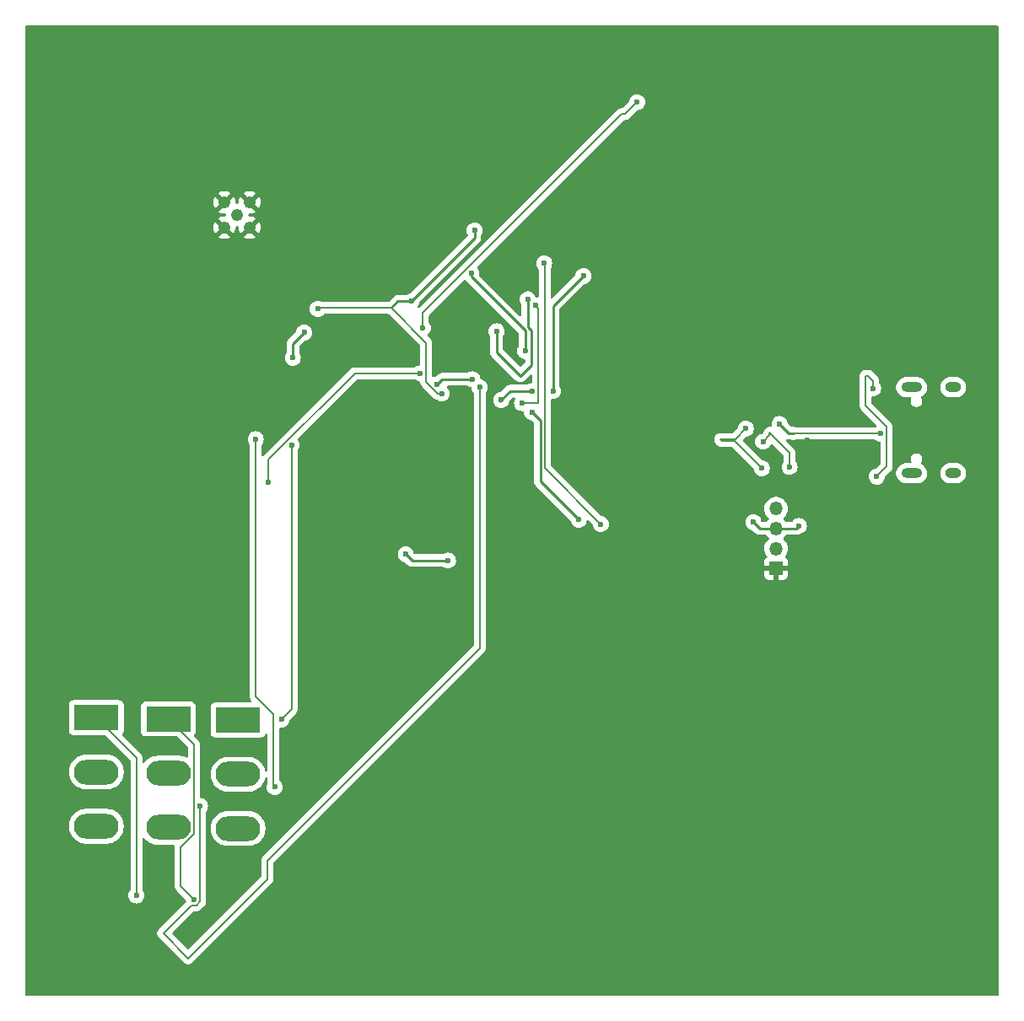
<source format=gbr>
%TF.GenerationSoftware,KiCad,Pcbnew,8.0.4*%
%TF.CreationDate,2024-11-12T16:15:12-06:00*%
%TF.ProjectId,mounted_system,6d6f756e-7465-4645-9f73-797374656d2e,rev?*%
%TF.SameCoordinates,Original*%
%TF.FileFunction,Copper,L2,Bot*%
%TF.FilePolarity,Positive*%
%FSLAX46Y46*%
G04 Gerber Fmt 4.6, Leading zero omitted, Abs format (unit mm)*
G04 Created by KiCad (PCBNEW 8.0.4) date 2024-11-12 16:15:12*
%MOMM*%
%LPD*%
G01*
G04 APERTURE LIST*
%TA.AperFunction,ComponentPad*%
%ADD10R,4.500000X2.500000*%
%TD*%
%TA.AperFunction,ComponentPad*%
%ADD11O,4.500000X2.500000*%
%TD*%
%TA.AperFunction,ComponentPad*%
%ADD12C,1.240000*%
%TD*%
%TA.AperFunction,ComponentPad*%
%ADD13R,1.350000X1.350000*%
%TD*%
%TA.AperFunction,ComponentPad*%
%ADD14O,1.350000X1.350000*%
%TD*%
%TA.AperFunction,ComponentPad*%
%ADD15O,2.100000X1.000000*%
%TD*%
%TA.AperFunction,ComponentPad*%
%ADD16O,1.600000X1.000000*%
%TD*%
%TA.AperFunction,ViaPad*%
%ADD17C,0.600000*%
%TD*%
%TA.AperFunction,Conductor*%
%ADD18C,0.254000*%
%TD*%
%TA.AperFunction,Conductor*%
%ADD19C,0.200000*%
%TD*%
G04 APERTURE END LIST*
D10*
%TO.P,Q1,1,D*%
%TO.N,/R*%
X63754000Y-98806000D03*
D11*
%TO.P,Q1,2,G*%
%TO.N,/LED1*%
X63754000Y-104256000D03*
%TO.P,Q1,3,S*%
%TO.N,/B-*%
X63754000Y-109706000D03*
%TD*%
D12*
%TO.P,J2,1,In*%
%TO.N,Net-(J2-In)*%
X63663000Y-48090000D03*
%TO.P,J2,2,Ext*%
%TO.N,GND*%
X64933000Y-49360000D03*
X64933000Y-46820000D03*
X62393000Y-49360000D03*
X62393000Y-46820000D03*
%TD*%
D10*
%TO.P,Q2,1,D*%
%TO.N,/G*%
X56769000Y-98701000D03*
D11*
%TO.P,Q2,2,G*%
%TO.N,/LED2*%
X56769000Y-104151000D03*
%TO.P,Q2,3,S*%
%TO.N,/B-*%
X56769000Y-109601000D03*
%TD*%
D13*
%TO.P,J1,1,Pin_1*%
%TO.N,GND*%
X117765000Y-83586000D03*
D14*
%TO.P,J1,2,Pin_2*%
%TO.N,Net-(J1-Pin_2)*%
X117765000Y-81586000D03*
%TO.P,J1,3,Pin_3*%
%TO.N,Net-(J1-Pin_3)*%
X117765000Y-79586000D03*
%TO.P,J1,4,Pin_4*%
%TO.N,/VDD_BUSF*%
X117765000Y-77586000D03*
%TD*%
D10*
%TO.P,Q3,1,D*%
%TO.N,/B*%
X49530000Y-98574000D03*
D11*
%TO.P,Q3,2,G*%
%TO.N,/LED3*%
X49530000Y-104024000D03*
%TO.P,Q3,3,S*%
%TO.N,/B-*%
X49530000Y-109474000D03*
%TD*%
D15*
%TO.P,J3,S1,SHIELD*%
%TO.N,unconnected-(J3-SHIELD-PadS1)_1*%
X131362000Y-74031000D03*
D16*
%TO.N,unconnected-(J3-SHIELD-PadS1)*%
X135542000Y-74031000D03*
D15*
%TO.N,unconnected-(J3-SHIELD-PadS1)_2*%
X131362000Y-65391000D03*
D16*
%TO.N,unconnected-(J3-SHIELD-PadS1)_3*%
X135542000Y-65391000D03*
%TD*%
D17*
%TO.N,GND*%
X115500000Y-64000000D03*
X128750000Y-63250000D03*
X87000000Y-84500000D03*
X120904000Y-70739000D03*
X101092000Y-58801000D03*
X119888000Y-68326000D03*
X106500000Y-61250000D03*
X85725000Y-60198000D03*
X84250000Y-77500000D03*
X101473000Y-57912000D03*
X124587000Y-73787000D03*
X127000000Y-77089000D03*
X101473000Y-52959000D03*
X100965000Y-58166000D03*
%TO.N,/BOOT*%
X87285000Y-64600000D03*
X83729000Y-65108000D03*
%TO.N,+3.3V*%
X98425000Y-54229000D03*
X84201000Y-66040000D03*
X81153000Y-56769000D03*
X70394000Y-59901000D03*
X95377000Y-65786000D03*
X87503000Y-49657000D03*
X81153000Y-56769000D03*
X71755000Y-57531000D03*
X84201000Y-66040000D03*
X90170000Y-66675000D03*
X87503000Y-49657000D03*
X84201000Y-66040000D03*
X69251000Y-62441000D03*
X90170000Y-66675000D03*
X93289000Y-65786000D03*
%TO.N,/VDD_RF*%
X103810000Y-36764000D03*
X82313072Y-59418928D03*
%TO.N,VBUS*%
X127866500Y-74366500D03*
X116459000Y-70866000D03*
X119126000Y-73406000D03*
X127500000Y-65500000D03*
%TO.N,/VDD_BUSF*%
X80589000Y-82161000D03*
X84836000Y-82804000D03*
%TO.N,Net-(J1-Pin_3)*%
X120051000Y-79332000D03*
X115479000Y-78951000D03*
%TO.N,Net-(J3-D+-PadA6)*%
X118110000Y-69088000D03*
X128270000Y-70061000D03*
%TO.N,Net-(J3-D--PadA7)*%
X116332000Y-73533000D03*
X114717000Y-69553000D03*
%TO.N,/MICOUT*%
X68108000Y-98763000D03*
X69124000Y-71204000D03*
%TO.N,/B*%
X53557000Y-116443000D03*
%TO.N,/G*%
X59319000Y-116819000D03*
%TO.N,/LED1*%
X65532000Y-70612000D03*
X67437000Y-105537000D03*
%TO.N,/LED2*%
X59944000Y-107442000D03*
X88011000Y-65405000D03*
%TO.N,/LED3*%
X82042000Y-64008000D03*
X66802000Y-74930000D03*
%TO.N,/UART0_TX*%
X94488000Y-52959000D03*
X100175500Y-79141500D03*
%TO.N,/UART0_RX*%
X92581784Y-61769216D03*
X93254000Y-67902000D03*
X97953000Y-78697000D03*
X87158000Y-53932000D03*
%TO.N,/SPI_CS0*%
X89698000Y-59773072D03*
X92837000Y-56564000D03*
%TO.N,/SPI_WP*%
X93599000Y-57191000D03*
X92265700Y-66985300D03*
%TD*%
D18*
%TO.N,/BOOT*%
X84237000Y-64600000D02*
X87285000Y-64600000D01*
X83729000Y-65108000D02*
X84237000Y-64600000D01*
D19*
%TO.N,+3.3V*%
X79121000Y-57428144D02*
X82642000Y-60949144D01*
D18*
X91059000Y-65786000D02*
X90170000Y-66675000D01*
X69251000Y-62441000D02*
X69251000Y-61044000D01*
X87503000Y-50419000D02*
X81153000Y-56769000D01*
D19*
X83812471Y-66040000D02*
X84201000Y-66040000D01*
X82642000Y-60949144D02*
X82642000Y-64869529D01*
X71857856Y-57428144D02*
X79121000Y-57428144D01*
D18*
X87503000Y-49657000D02*
X87503000Y-50419000D01*
D19*
X71755000Y-57531000D02*
X71857856Y-57428144D01*
X82642000Y-64869529D02*
X83812471Y-66040000D01*
D18*
X93289000Y-65786000D02*
X91059000Y-65786000D01*
X95377000Y-57277000D02*
X95377000Y-65786000D01*
X81153000Y-56769000D02*
X79780144Y-56769000D01*
X79780144Y-56769000D02*
X79121000Y-57428144D01*
X69251000Y-61044000D02*
X70394000Y-59901000D01*
X90043000Y-66802000D02*
X90170000Y-66675000D01*
X98425000Y-54229000D02*
X95377000Y-57277000D01*
D19*
%TO.N,/VDD_RF*%
X102601000Y-37973000D02*
X103810000Y-36764000D01*
X82313072Y-57928399D02*
X102268471Y-37973000D01*
X82313072Y-59418928D02*
X82313072Y-57928399D01*
X102268471Y-37973000D02*
X102601000Y-37973000D01*
%TO.N,VBUS*%
X117094000Y-70231000D02*
X116459000Y-70866000D01*
X126750000Y-64250000D02*
X127000000Y-64250000D01*
X126750000Y-67270644D02*
X128870000Y-69390644D01*
X117094000Y-69977000D02*
X117094000Y-70231000D01*
X119126000Y-72009000D02*
X117094000Y-69977000D01*
X119126000Y-73406000D02*
X119126000Y-72009000D01*
X127500000Y-64750000D02*
X127500000Y-65500000D01*
X128870000Y-69390644D02*
X128870000Y-73363000D01*
X127000000Y-64250000D02*
X127500000Y-64750000D01*
X128870000Y-73363000D02*
X127866500Y-74366500D01*
X126750000Y-64250000D02*
X126750000Y-67270644D01*
D18*
%TO.N,/VDD_BUSF*%
X80589000Y-82161000D02*
X81232000Y-82804000D01*
X81232000Y-82804000D02*
X84836000Y-82804000D01*
%TO.N,Net-(J1-Pin_3)*%
X119797000Y-79586000D02*
X120051000Y-79332000D01*
X116241000Y-79586000D02*
X119797000Y-79586000D01*
X116241000Y-79586000D02*
X117765000Y-79586000D01*
X116114000Y-79586000D02*
X116241000Y-79586000D01*
X115479000Y-78951000D02*
X116114000Y-79586000D01*
%TO.N,Net-(J3-D+-PadA6)*%
X119428000Y-69989000D02*
X119500000Y-70061000D01*
D19*
X126619000Y-70061000D02*
X119500000Y-70061000D01*
D18*
X118110000Y-69088000D02*
X119011000Y-69989000D01*
D19*
X128270000Y-70061000D02*
X126619000Y-70061000D01*
D18*
X119011000Y-69989000D02*
X119428000Y-69989000D01*
D19*
%TO.N,Net-(J3-D--PadA7)*%
X112352000Y-70823000D02*
X112141000Y-70612000D01*
X113622000Y-70823000D02*
X112352000Y-70823000D01*
X113658000Y-70612000D02*
X114717000Y-69553000D01*
X112141000Y-70612000D02*
X113658000Y-70612000D01*
X116332000Y-73533000D02*
X113622000Y-70823000D01*
%TO.N,/MICOUT*%
X69124000Y-97747000D02*
X68108000Y-98763000D01*
X69124000Y-71204000D02*
X69124000Y-97747000D01*
%TO.N,/B*%
X53557000Y-102601000D02*
X49530000Y-98574000D01*
X53557000Y-116443000D02*
X53557000Y-102601000D01*
X53500000Y-116500000D02*
X53557000Y-116443000D01*
%TO.N,/G*%
X58000000Y-111562031D02*
X58000000Y-115500000D01*
X58000000Y-115500000D02*
X59319000Y-116819000D01*
X56769000Y-98701000D02*
X59319000Y-101251000D01*
X59319000Y-101251000D02*
X59319000Y-110243031D01*
X59319000Y-110243031D02*
X58000000Y-111562031D01*
%TO.N,/LED1*%
X67310000Y-105410000D02*
X67437000Y-105537000D01*
X67310000Y-103251000D02*
X67310000Y-105410000D01*
X65532000Y-70612000D02*
X65532000Y-96484000D01*
X65532000Y-96484000D02*
X67310000Y-98262000D01*
X67310000Y-98262000D02*
X67310000Y-103251000D01*
%TO.N,/LED2*%
X59944000Y-117042529D02*
X59944000Y-107442000D01*
X59081000Y-117419000D02*
X59567529Y-117419000D01*
X88011000Y-65405000D02*
X88011000Y-91624686D01*
X66704000Y-114796000D02*
X58750000Y-122750000D01*
X58750000Y-122750000D02*
X56250000Y-120250000D01*
X59567529Y-117419000D02*
X59944000Y-117042529D01*
X66704000Y-112931685D02*
X66704000Y-114796000D01*
X88011000Y-91624686D02*
X66704000Y-112931685D01*
X56250000Y-120250000D02*
X59081000Y-117419000D01*
%TO.N,/LED3*%
X75471471Y-64008000D02*
X82042000Y-64008000D01*
X66802000Y-72677471D02*
X75471471Y-64008000D01*
X66802000Y-74930000D02*
X66802000Y-72677471D01*
%TO.N,/UART0_TX*%
X94488000Y-52959000D02*
X94524000Y-52995000D01*
X94524000Y-52995000D02*
X94524000Y-73490000D01*
X100239000Y-79205000D02*
X100175500Y-79141500D01*
X94524000Y-73490000D02*
X100175500Y-79141500D01*
D18*
%TO.N,/UART0_RX*%
X94097000Y-68745000D02*
X94097000Y-74841000D01*
X93254000Y-67902000D02*
X94097000Y-68745000D01*
X94097000Y-74841000D02*
X97953000Y-78697000D01*
X87158000Y-54310712D02*
X87158000Y-53932000D01*
X92581784Y-59734496D02*
X87158000Y-54310712D01*
X92581784Y-61769216D02*
X92581784Y-59734496D01*
%TO.N,/SPI_CS0*%
X92075000Y-64262000D02*
X89698000Y-61885000D01*
X92837000Y-56564000D02*
X92837000Y-59347659D01*
X92837000Y-59347659D02*
X93208784Y-59719443D01*
X93208784Y-63128216D02*
X92075000Y-64262000D01*
X89698000Y-61885000D02*
X89698000Y-59773072D01*
X93208784Y-59719443D02*
X93208784Y-63128216D01*
D19*
%TO.N,/SPI_WP*%
X93889000Y-66985300D02*
X92265700Y-66985300D01*
X93889000Y-57481000D02*
X93889000Y-66985300D01*
X93599000Y-57191000D02*
X93889000Y-57481000D01*
%TD*%
%TA.AperFunction,Conductor*%
%TO.N,GND*%
G36*
X140031539Y-29095185D02*
G01*
X140077294Y-29147989D01*
X140088500Y-29199500D01*
X140088500Y-126375500D01*
X140068815Y-126442539D01*
X140016011Y-126488294D01*
X139964500Y-126499500D01*
X42534500Y-126499500D01*
X42467461Y-126479815D01*
X42421706Y-126427011D01*
X42410500Y-126375500D01*
X42410500Y-109359258D01*
X46779500Y-109359258D01*
X46779500Y-109588741D01*
X46804446Y-109778215D01*
X46809452Y-109816238D01*
X46809453Y-109816240D01*
X46868842Y-110037887D01*
X46956650Y-110249876D01*
X46956657Y-110249890D01*
X47071392Y-110448617D01*
X47211081Y-110630661D01*
X47211089Y-110630670D01*
X47373330Y-110792911D01*
X47373338Y-110792918D01*
X47555382Y-110932607D01*
X47555385Y-110932608D01*
X47555388Y-110932611D01*
X47754112Y-111047344D01*
X47754117Y-111047346D01*
X47754123Y-111047349D01*
X47845480Y-111085190D01*
X47966113Y-111135158D01*
X48187762Y-111194548D01*
X48415266Y-111224500D01*
X48415273Y-111224500D01*
X50644727Y-111224500D01*
X50644734Y-111224500D01*
X50872238Y-111194548D01*
X51093887Y-111135158D01*
X51305888Y-111047344D01*
X51504612Y-110932611D01*
X51686661Y-110792919D01*
X51686665Y-110792914D01*
X51686670Y-110792911D01*
X51848911Y-110630670D01*
X51848914Y-110630665D01*
X51848919Y-110630661D01*
X51988611Y-110448612D01*
X52103344Y-110249888D01*
X52191158Y-110037887D01*
X52250548Y-109816238D01*
X52280500Y-109588734D01*
X52280500Y-109359266D01*
X52250548Y-109131762D01*
X52191158Y-108910113D01*
X52141190Y-108789480D01*
X52103349Y-108698123D01*
X52103346Y-108698117D01*
X52103344Y-108698112D01*
X51988611Y-108499388D01*
X51988608Y-108499385D01*
X51988607Y-108499382D01*
X51848918Y-108317338D01*
X51848911Y-108317330D01*
X51686670Y-108155089D01*
X51686661Y-108155081D01*
X51504617Y-108015392D01*
X51305890Y-107900657D01*
X51305876Y-107900650D01*
X51093887Y-107812842D01*
X50872238Y-107753452D01*
X50834215Y-107748446D01*
X50644741Y-107723500D01*
X50644734Y-107723500D01*
X48415266Y-107723500D01*
X48415258Y-107723500D01*
X48198715Y-107752009D01*
X48187762Y-107753452D01*
X48094076Y-107778554D01*
X47966112Y-107812842D01*
X47754123Y-107900650D01*
X47754109Y-107900657D01*
X47555382Y-108015392D01*
X47373338Y-108155081D01*
X47211081Y-108317338D01*
X47071392Y-108499382D01*
X46956657Y-108698109D01*
X46956650Y-108698123D01*
X46868842Y-108910112D01*
X46809453Y-109131759D01*
X46809451Y-109131770D01*
X46779500Y-109359258D01*
X42410500Y-109359258D01*
X42410500Y-103909258D01*
X46779500Y-103909258D01*
X46779500Y-104138741D01*
X46804446Y-104328215D01*
X46809452Y-104366238D01*
X46864452Y-104571503D01*
X46868842Y-104587887D01*
X46956650Y-104799876D01*
X46956657Y-104799890D01*
X47071392Y-104998617D01*
X47211081Y-105180661D01*
X47211089Y-105180670D01*
X47373330Y-105342911D01*
X47373338Y-105342918D01*
X47373339Y-105342919D01*
X47392667Y-105357750D01*
X47555382Y-105482607D01*
X47555385Y-105482608D01*
X47555388Y-105482611D01*
X47754112Y-105597344D01*
X47754117Y-105597346D01*
X47754123Y-105597349D01*
X47818728Y-105624109D01*
X47966113Y-105685158D01*
X48187762Y-105744548D01*
X48415266Y-105774500D01*
X48415273Y-105774500D01*
X50644727Y-105774500D01*
X50644734Y-105774500D01*
X50872238Y-105744548D01*
X51093887Y-105685158D01*
X51305888Y-105597344D01*
X51504612Y-105482611D01*
X51686661Y-105342919D01*
X51686665Y-105342914D01*
X51686670Y-105342911D01*
X51848911Y-105180670D01*
X51848914Y-105180665D01*
X51848919Y-105180661D01*
X51988611Y-104998612D01*
X52103344Y-104799888D01*
X52191158Y-104587887D01*
X52250548Y-104366238D01*
X52280500Y-104138734D01*
X52280500Y-103909266D01*
X52250548Y-103681762D01*
X52191158Y-103460113D01*
X52141190Y-103339480D01*
X52103349Y-103248123D01*
X52103346Y-103248117D01*
X52103344Y-103248112D01*
X51988611Y-103049388D01*
X51988608Y-103049385D01*
X51988607Y-103049382D01*
X51848918Y-102867338D01*
X51848911Y-102867330D01*
X51686670Y-102705089D01*
X51686661Y-102705081D01*
X51504617Y-102565392D01*
X51305890Y-102450657D01*
X51305876Y-102450650D01*
X51093887Y-102362842D01*
X50872238Y-102303452D01*
X50834215Y-102298446D01*
X50644741Y-102273500D01*
X50644734Y-102273500D01*
X48415266Y-102273500D01*
X48415258Y-102273500D01*
X48198715Y-102302009D01*
X48187762Y-102303452D01*
X48094076Y-102328554D01*
X47966112Y-102362842D01*
X47754123Y-102450650D01*
X47754109Y-102450657D01*
X47555382Y-102565392D01*
X47373338Y-102705081D01*
X47211081Y-102867338D01*
X47071392Y-103049382D01*
X46956657Y-103248109D01*
X46956650Y-103248123D01*
X46868842Y-103460112D01*
X46809453Y-103681759D01*
X46809451Y-103681770D01*
X46779500Y-103909258D01*
X42410500Y-103909258D01*
X42410500Y-97276135D01*
X46779500Y-97276135D01*
X46779500Y-99871870D01*
X46779501Y-99871876D01*
X46785908Y-99931483D01*
X46836202Y-100066328D01*
X46836206Y-100066335D01*
X46922452Y-100181544D01*
X46922455Y-100181547D01*
X47037664Y-100267793D01*
X47037671Y-100267797D01*
X47172517Y-100318091D01*
X47172516Y-100318091D01*
X47179444Y-100318835D01*
X47232127Y-100324500D01*
X50379902Y-100324499D01*
X50446941Y-100344184D01*
X50467583Y-100360818D01*
X52920181Y-102813416D01*
X52953666Y-102874739D01*
X52956500Y-102901097D01*
X52956500Y-115860587D01*
X52936815Y-115927626D01*
X52929450Y-115937896D01*
X52927186Y-115940734D01*
X52831211Y-116093476D01*
X52771631Y-116263745D01*
X52771630Y-116263750D01*
X52751435Y-116442996D01*
X52751435Y-116443003D01*
X52771630Y-116622249D01*
X52771631Y-116622254D01*
X52831211Y-116792523D01*
X52859493Y-116837533D01*
X52927184Y-116945262D01*
X53054738Y-117072816D01*
X53070233Y-117082552D01*
X53163904Y-117141410D01*
X53207478Y-117168789D01*
X53377745Y-117228368D01*
X53377750Y-117228369D01*
X53556996Y-117248565D01*
X53557000Y-117248565D01*
X53557004Y-117248565D01*
X53736249Y-117228369D01*
X53736252Y-117228368D01*
X53736255Y-117228368D01*
X53906522Y-117168789D01*
X54059262Y-117072816D01*
X54186816Y-116945262D01*
X54282789Y-116792522D01*
X54342368Y-116622255D01*
X54362565Y-116443000D01*
X54342368Y-116263745D01*
X54282789Y-116093478D01*
X54186816Y-115940738D01*
X54186814Y-115940736D01*
X54186813Y-115940734D01*
X54184550Y-115937896D01*
X54183659Y-115935715D01*
X54183111Y-115934842D01*
X54183264Y-115934745D01*
X54158144Y-115873209D01*
X54157500Y-115860587D01*
X54157500Y-110741654D01*
X54177185Y-110674615D01*
X54229989Y-110628860D01*
X54299147Y-110618916D01*
X54362703Y-110647941D01*
X54379869Y-110666159D01*
X54450081Y-110757661D01*
X54450085Y-110757665D01*
X54450089Y-110757670D01*
X54612330Y-110919911D01*
X54612338Y-110919918D01*
X54612339Y-110919919D01*
X54662962Y-110958764D01*
X54794382Y-111059607D01*
X54794385Y-111059608D01*
X54794388Y-111059611D01*
X54993112Y-111174344D01*
X54993117Y-111174346D01*
X54993123Y-111174349D01*
X55084480Y-111212190D01*
X55205113Y-111262158D01*
X55426762Y-111321548D01*
X55654266Y-111351500D01*
X57275499Y-111351500D01*
X57342538Y-111371185D01*
X57388293Y-111423989D01*
X57399499Y-111475500D01*
X57399499Y-111651077D01*
X57399500Y-111651090D01*
X57399500Y-115413330D01*
X57399499Y-115413348D01*
X57399499Y-115579054D01*
X57399498Y-115579054D01*
X57440423Y-115731785D01*
X57469358Y-115781900D01*
X57469359Y-115781904D01*
X57469360Y-115781904D01*
X57519479Y-115868714D01*
X57519481Y-115868717D01*
X57638349Y-115987585D01*
X57638355Y-115987590D01*
X58488298Y-116837533D01*
X58521783Y-116898856D01*
X58523837Y-116911330D01*
X58533631Y-116998253D01*
X58538712Y-117012773D01*
X58542275Y-117082552D01*
X58509352Y-117141410D01*
X55881284Y-119769481D01*
X55769483Y-119881281D01*
X55769481Y-119881284D01*
X55690423Y-120018214D01*
X55690423Y-120018215D01*
X55649499Y-120170943D01*
X55649499Y-120170945D01*
X55649499Y-120329054D01*
X55649498Y-120329054D01*
X55649499Y-120329057D01*
X55690423Y-120481785D01*
X55769481Y-120618716D01*
X58381284Y-123230519D01*
X58518215Y-123309577D01*
X58670943Y-123350501D01*
X58670946Y-123350501D01*
X58829054Y-123350501D01*
X58829057Y-123350501D01*
X58981785Y-123309577D01*
X59118716Y-123230519D01*
X59230519Y-123118716D01*
X59289078Y-123060157D01*
X59289091Y-123060142D01*
X67184520Y-115164716D01*
X67263577Y-115027784D01*
X67304501Y-114875057D01*
X67304501Y-114716942D01*
X67304501Y-114709347D01*
X67304500Y-114709329D01*
X67304500Y-113231782D01*
X67324185Y-113164743D01*
X67340819Y-113144101D01*
X72584270Y-107900650D01*
X88491520Y-91993402D01*
X88570577Y-91856470D01*
X88611501Y-91703743D01*
X88611501Y-91545628D01*
X88611501Y-91538033D01*
X88611500Y-91538015D01*
X88611500Y-65987412D01*
X88631185Y-65920373D01*
X88638555Y-65910097D01*
X88640810Y-65907267D01*
X88640816Y-65907262D01*
X88736789Y-65754522D01*
X88796368Y-65584255D01*
X88801609Y-65537738D01*
X88816565Y-65405003D01*
X88816565Y-65404996D01*
X88796369Y-65225750D01*
X88796368Y-65225745D01*
X88772838Y-65158500D01*
X88736789Y-65055478D01*
X88640816Y-64902738D01*
X88513262Y-64775184D01*
X88472245Y-64749411D01*
X88360521Y-64679210D01*
X88262235Y-64644819D01*
X88190255Y-64619632D01*
X88190251Y-64619631D01*
X88190247Y-64619630D01*
X88189777Y-64619577D01*
X88189492Y-64619457D01*
X88183459Y-64618080D01*
X88183700Y-64617022D01*
X88125366Y-64592504D01*
X88085816Y-64534906D01*
X88080452Y-64510241D01*
X88070369Y-64420750D01*
X88070368Y-64420745D01*
X88053459Y-64372421D01*
X88010789Y-64250478D01*
X87914816Y-64097738D01*
X87787262Y-63970184D01*
X87732730Y-63935919D01*
X87634523Y-63874211D01*
X87464254Y-63814631D01*
X87464249Y-63814630D01*
X87285004Y-63794435D01*
X87284996Y-63794435D01*
X87105750Y-63814630D01*
X87105745Y-63814631D01*
X86935476Y-63874211D01*
X86809300Y-63953494D01*
X86743328Y-63972500D01*
X84175194Y-63972500D01*
X84053970Y-63996613D01*
X84053960Y-63996616D01*
X83939771Y-64043914D01*
X83939769Y-64043915D01*
X83859220Y-64097736D01*
X83859219Y-64097738D01*
X83836991Y-64112590D01*
X83667432Y-64282148D01*
X83606108Y-64315632D01*
X83593637Y-64317686D01*
X83549745Y-64322632D01*
X83407454Y-64372421D01*
X83337675Y-64375982D01*
X83277048Y-64341253D01*
X83244821Y-64279259D01*
X83242500Y-64255379D01*
X83242500Y-61038203D01*
X83242501Y-61038190D01*
X83242501Y-60870089D01*
X83242501Y-60870087D01*
X83201577Y-60717359D01*
X83149286Y-60626789D01*
X83122520Y-60580428D01*
X83010716Y-60468624D01*
X83010715Y-60468623D01*
X83006385Y-60464293D01*
X83006374Y-60464283D01*
X82787412Y-60245321D01*
X82753927Y-60183998D01*
X82758911Y-60114306D01*
X82800783Y-60058373D01*
X82809103Y-60052658D01*
X82815334Y-60048744D01*
X82942888Y-59921190D01*
X83038861Y-59768450D01*
X83098440Y-59598183D01*
X83098441Y-59598177D01*
X83118637Y-59418931D01*
X83118637Y-59418924D01*
X83098441Y-59239678D01*
X83098440Y-59239673D01*
X83038860Y-59069404D01*
X82987524Y-58987704D01*
X82942888Y-58916666D01*
X82942886Y-58916664D01*
X82942885Y-58916662D01*
X82940622Y-58913824D01*
X82939731Y-58911643D01*
X82939183Y-58910770D01*
X82939336Y-58910673D01*
X82914216Y-58849137D01*
X82913572Y-58836515D01*
X82913572Y-58228495D01*
X82933257Y-58161456D01*
X82949886Y-58140819D01*
X86447351Y-54643353D01*
X86508672Y-54609870D01*
X86578364Y-54614854D01*
X86634297Y-54656726D01*
X86638132Y-54662145D01*
X86670588Y-54710720D01*
X86670591Y-54710723D01*
X91917965Y-59958096D01*
X91951450Y-60019419D01*
X91954284Y-60045777D01*
X91954284Y-61227544D01*
X91935278Y-61293516D01*
X91855995Y-61419692D01*
X91796415Y-61589961D01*
X91796414Y-61589966D01*
X91776219Y-61769212D01*
X91776219Y-61769219D01*
X91796414Y-61948465D01*
X91796415Y-61948470D01*
X91855995Y-62118739D01*
X91895895Y-62182239D01*
X91951968Y-62271478D01*
X92079522Y-62399032D01*
X92232262Y-62495005D01*
X92402529Y-62554584D01*
X92471168Y-62562317D01*
X92535580Y-62589382D01*
X92575136Y-62646976D01*
X92581284Y-62685537D01*
X92581284Y-62816935D01*
X92561599Y-62883974D01*
X92544965Y-62904616D01*
X92162681Y-63286900D01*
X92101358Y-63320385D01*
X92031666Y-63315401D01*
X91987319Y-63286900D01*
X90361819Y-61661400D01*
X90328334Y-61600077D01*
X90325500Y-61573719D01*
X90325500Y-60314743D01*
X90344507Y-60248770D01*
X90423788Y-60122596D01*
X90459891Y-60019419D01*
X90483368Y-59952327D01*
X90483369Y-59952321D01*
X90503565Y-59773075D01*
X90503565Y-59773068D01*
X90483369Y-59593822D01*
X90483368Y-59593817D01*
X90423788Y-59423548D01*
X90327815Y-59270809D01*
X90200262Y-59143256D01*
X90047523Y-59047283D01*
X89877254Y-58987703D01*
X89877249Y-58987702D01*
X89698004Y-58967507D01*
X89697996Y-58967507D01*
X89518750Y-58987702D01*
X89518745Y-58987703D01*
X89348476Y-59047283D01*
X89195737Y-59143256D01*
X89068184Y-59270809D01*
X88972211Y-59423548D01*
X88912631Y-59593817D01*
X88912630Y-59593822D01*
X88892435Y-59773068D01*
X88892435Y-59773075D01*
X88912630Y-59952321D01*
X88912631Y-59952326D01*
X88972211Y-60122596D01*
X89051493Y-60248770D01*
X89070500Y-60314743D01*
X89070500Y-61946807D01*
X89094612Y-62068027D01*
X89094614Y-62068035D01*
X89122964Y-62136477D01*
X89141915Y-62182229D01*
X89141920Y-62182239D01*
X89195045Y-62261745D01*
X89202765Y-62273298D01*
X89210590Y-62285010D01*
X89210591Y-62285011D01*
X91587589Y-64662008D01*
X91659369Y-64733788D01*
X91674992Y-64749411D01*
X91674993Y-64749412D01*
X91777766Y-64818082D01*
X91777767Y-64818082D01*
X91777768Y-64818083D01*
X91891965Y-64865386D01*
X92013192Y-64889499D01*
X92013196Y-64889500D01*
X92013197Y-64889500D01*
X92136805Y-64889500D01*
X92136806Y-64889499D01*
X92258035Y-64865386D01*
X92372233Y-64818083D01*
X92475008Y-64749411D01*
X92562411Y-64662008D01*
X93076819Y-64147600D01*
X93138142Y-64114115D01*
X93207834Y-64119099D01*
X93263767Y-64160971D01*
X93288184Y-64226435D01*
X93288500Y-64235281D01*
X93288500Y-64869677D01*
X93268815Y-64936716D01*
X93216011Y-64982471D01*
X93178384Y-64992897D01*
X93109750Y-65000630D01*
X92939478Y-65060210D01*
X92813300Y-65139494D01*
X92747328Y-65158500D01*
X90997192Y-65158500D01*
X90875973Y-65182612D01*
X90875965Y-65182614D01*
X90825821Y-65203385D01*
X90825820Y-65203385D01*
X90761773Y-65229913D01*
X90761766Y-65229917D01*
X90740199Y-65244328D01*
X90709534Y-65264818D01*
X90709533Y-65264819D01*
X90658989Y-65298590D01*
X90108432Y-65849147D01*
X90047109Y-65882632D01*
X90034637Y-65884686D01*
X89990745Y-65889632D01*
X89820478Y-65949210D01*
X89667737Y-66045184D01*
X89540184Y-66172737D01*
X89444211Y-66325476D01*
X89384631Y-66495745D01*
X89384630Y-66495750D01*
X89364435Y-66674996D01*
X89364435Y-66675003D01*
X89384630Y-66854249D01*
X89384631Y-66854254D01*
X89444211Y-67024523D01*
X89473156Y-67070588D01*
X89482720Y-67089100D01*
X89486917Y-67099232D01*
X89486918Y-67099233D01*
X89486920Y-67099238D01*
X89555590Y-67202010D01*
X89642986Y-67289406D01*
X89642993Y-67289412D01*
X89745757Y-67358076D01*
X89745759Y-67358077D01*
X89745768Y-67358083D01*
X89755896Y-67362278D01*
X89774412Y-67371843D01*
X89820478Y-67400789D01*
X89990745Y-67460368D01*
X89990750Y-67460369D01*
X90169996Y-67480565D01*
X90170000Y-67480565D01*
X90170004Y-67480565D01*
X90349249Y-67460369D01*
X90349252Y-67460368D01*
X90349255Y-67460368D01*
X90519522Y-67400789D01*
X90672262Y-67304816D01*
X90799816Y-67177262D01*
X90895789Y-67024522D01*
X90955368Y-66854255D01*
X90960313Y-66810361D01*
X90987378Y-66745951D01*
X90995832Y-66736585D01*
X91282601Y-66449816D01*
X91343923Y-66416334D01*
X91370281Y-66413500D01*
X91455216Y-66413500D01*
X91522255Y-66433185D01*
X91568010Y-66485989D01*
X91577954Y-66555147D01*
X91560210Y-66603472D01*
X91539911Y-66635776D01*
X91480331Y-66806045D01*
X91480330Y-66806050D01*
X91460135Y-66985296D01*
X91460135Y-66985303D01*
X91480330Y-67164549D01*
X91480331Y-67164554D01*
X91539911Y-67334823D01*
X91618797Y-67460368D01*
X91635884Y-67487562D01*
X91763438Y-67615116D01*
X91916178Y-67711089D01*
X92050911Y-67758234D01*
X92086445Y-67770668D01*
X92086450Y-67770669D01*
X92265696Y-67790865D01*
X92265699Y-67790865D01*
X92265699Y-67790864D01*
X92265700Y-67790865D01*
X92310559Y-67785810D01*
X92379378Y-67797863D01*
X92430758Y-67845211D01*
X92447662Y-67895146D01*
X92468630Y-68081250D01*
X92468631Y-68081254D01*
X92528211Y-68251523D01*
X92624184Y-68404262D01*
X92751738Y-68531816D01*
X92904478Y-68627789D01*
X93074745Y-68687368D01*
X93118635Y-68692313D01*
X93183048Y-68719378D01*
X93192433Y-68727852D01*
X93433181Y-68968600D01*
X93466666Y-69029923D01*
X93469500Y-69056281D01*
X93469500Y-74902807D01*
X93493612Y-75024027D01*
X93493614Y-75024035D01*
X93527062Y-75104785D01*
X93540916Y-75138231D01*
X93540918Y-75138235D01*
X93563517Y-75172057D01*
X93563519Y-75172060D01*
X93563523Y-75172065D01*
X93597995Y-75223657D01*
X93609590Y-75241010D01*
X93609591Y-75241011D01*
X97127146Y-78758565D01*
X97160631Y-78819888D01*
X97162685Y-78832361D01*
X97167630Y-78876249D01*
X97227210Y-79046521D01*
X97298535Y-79160033D01*
X97323184Y-79199262D01*
X97450738Y-79326816D01*
X97603478Y-79422789D01*
X97690565Y-79453262D01*
X97773745Y-79482368D01*
X97773750Y-79482369D01*
X97952996Y-79502565D01*
X97953000Y-79502565D01*
X97953004Y-79502565D01*
X98132249Y-79482369D01*
X98132252Y-79482368D01*
X98132255Y-79482368D01*
X98302522Y-79422789D01*
X98455262Y-79326816D01*
X98582816Y-79199262D01*
X98678789Y-79046522D01*
X98738368Y-78876255D01*
X98742211Y-78842143D01*
X98769276Y-78777733D01*
X98826870Y-78738176D01*
X98896707Y-78736037D01*
X98953112Y-78768347D01*
X99344798Y-79160033D01*
X99378283Y-79221356D01*
X99380337Y-79233830D01*
X99390130Y-79320749D01*
X99390131Y-79320754D01*
X99390132Y-79320755D01*
X99392253Y-79326816D01*
X99449710Y-79491021D01*
X99462424Y-79511255D01*
X99545684Y-79643762D01*
X99673238Y-79771316D01*
X99825978Y-79867289D01*
X99996245Y-79926868D01*
X99996250Y-79926869D01*
X100175496Y-79947065D01*
X100175500Y-79947065D01*
X100175504Y-79947065D01*
X100354749Y-79926869D01*
X100354752Y-79926868D01*
X100354755Y-79926868D01*
X100525022Y-79867289D01*
X100677762Y-79771316D01*
X100805316Y-79643762D01*
X100901289Y-79491022D01*
X100960868Y-79320755D01*
X100970662Y-79233830D01*
X100981065Y-79141503D01*
X100981065Y-79141496D01*
X100960869Y-78962250D01*
X100960868Y-78962245D01*
X100956932Y-78950996D01*
X114673435Y-78950996D01*
X114673435Y-78951003D01*
X114693630Y-79130249D01*
X114693631Y-79130254D01*
X114753211Y-79300523D01*
X114849184Y-79453262D01*
X114976738Y-79580816D01*
X115129478Y-79676789D01*
X115299745Y-79736368D01*
X115343635Y-79741313D01*
X115408048Y-79768378D01*
X115417433Y-79776852D01*
X115626589Y-79986008D01*
X115698369Y-80057788D01*
X115713993Y-80073412D01*
X115816760Y-80142079D01*
X115816773Y-80142086D01*
X115860106Y-80160035D01*
X115860107Y-80160035D01*
X115930966Y-80189386D01*
X116052192Y-80213499D01*
X116052196Y-80213500D01*
X116052197Y-80213500D01*
X116175804Y-80213500D01*
X116179197Y-80213500D01*
X116704095Y-80213500D01*
X116771134Y-80233185D01*
X116803049Y-80262773D01*
X116892574Y-80381324D01*
X117016572Y-80494363D01*
X117052854Y-80554074D01*
X117051093Y-80623922D01*
X117016572Y-80677637D01*
X116892574Y-80790675D01*
X116761288Y-80964527D01*
X116664184Y-81159537D01*
X116664183Y-81159541D01*
X116608447Y-81355435D01*
X116604564Y-81369081D01*
X116584464Y-81585999D01*
X116584464Y-81586000D01*
X116604564Y-81802918D01*
X116604564Y-81802920D01*
X116604565Y-81802923D01*
X116655444Y-81981744D01*
X116664184Y-82012462D01*
X116745866Y-82176500D01*
X116761288Y-82207472D01*
X116832473Y-82301737D01*
X116843049Y-82315741D01*
X116867741Y-82381102D01*
X116853176Y-82449437D01*
X116818406Y-82489735D01*
X116732809Y-82553813D01*
X116646649Y-82668906D01*
X116646645Y-82668913D01*
X116596403Y-82803620D01*
X116596401Y-82803627D01*
X116590000Y-82863155D01*
X116590000Y-83336000D01*
X117449314Y-83336000D01*
X117444920Y-83340394D01*
X117392259Y-83431606D01*
X117365000Y-83533339D01*
X117365000Y-83638661D01*
X117392259Y-83740394D01*
X117444920Y-83831606D01*
X117449314Y-83836000D01*
X116590000Y-83836000D01*
X116590000Y-84308844D01*
X116596401Y-84368372D01*
X116596403Y-84368379D01*
X116646645Y-84503086D01*
X116646649Y-84503093D01*
X116732809Y-84618187D01*
X116732812Y-84618190D01*
X116847906Y-84704350D01*
X116847913Y-84704354D01*
X116982620Y-84754596D01*
X116982627Y-84754598D01*
X117042155Y-84760999D01*
X117042172Y-84761000D01*
X117515000Y-84761000D01*
X117515000Y-83901686D01*
X117519394Y-83906080D01*
X117610606Y-83958741D01*
X117712339Y-83986000D01*
X117817661Y-83986000D01*
X117919394Y-83958741D01*
X118010606Y-83906080D01*
X118015000Y-83901686D01*
X118015000Y-84761000D01*
X118487828Y-84761000D01*
X118487844Y-84760999D01*
X118547372Y-84754598D01*
X118547379Y-84754596D01*
X118682086Y-84704354D01*
X118682093Y-84704350D01*
X118797187Y-84618190D01*
X118797190Y-84618187D01*
X118883350Y-84503093D01*
X118883354Y-84503086D01*
X118933596Y-84368379D01*
X118933598Y-84368372D01*
X118939999Y-84308844D01*
X118940000Y-84308827D01*
X118940000Y-83836000D01*
X118080686Y-83836000D01*
X118085080Y-83831606D01*
X118137741Y-83740394D01*
X118165000Y-83638661D01*
X118165000Y-83533339D01*
X118137741Y-83431606D01*
X118085080Y-83340394D01*
X118080686Y-83336000D01*
X118940000Y-83336000D01*
X118940000Y-82863172D01*
X118939999Y-82863155D01*
X118933598Y-82803627D01*
X118933596Y-82803620D01*
X118883354Y-82668913D01*
X118883350Y-82668906D01*
X118797190Y-82553812D01*
X118711593Y-82489733D01*
X118669723Y-82433799D01*
X118664739Y-82364107D01*
X118686951Y-82315741D01*
X118768712Y-82207472D01*
X118865817Y-82012459D01*
X118925435Y-81802923D01*
X118945536Y-81586000D01*
X118925435Y-81369077D01*
X118865817Y-81159541D01*
X118768712Y-80964528D01*
X118637427Y-80790678D01*
X118513423Y-80677634D01*
X118477145Y-80617927D01*
X118478905Y-80548079D01*
X118513423Y-80494365D01*
X118637427Y-80381322D01*
X118726951Y-80262773D01*
X118783060Y-80221137D01*
X118825905Y-80213500D01*
X119858804Y-80213500D01*
X119858805Y-80213499D01*
X119980035Y-80189386D01*
X120060784Y-80155937D01*
X120094233Y-80142083D01*
X120094243Y-80142075D01*
X120095520Y-80141394D01*
X120097023Y-80140926D01*
X120099866Y-80139749D01*
X120099973Y-80140008D01*
X120140098Y-80127525D01*
X120230255Y-80117368D01*
X120400522Y-80057789D01*
X120553262Y-79961816D01*
X120680816Y-79834262D01*
X120776789Y-79681522D01*
X120836368Y-79511255D01*
X120839623Y-79482368D01*
X120856565Y-79332003D01*
X120856565Y-79331996D01*
X120836369Y-79152750D01*
X120836368Y-79152745D01*
X120799199Y-79046522D01*
X120776789Y-78982478D01*
X120680816Y-78829738D01*
X120553262Y-78702184D01*
X120545012Y-78697000D01*
X120400523Y-78606211D01*
X120230254Y-78546631D01*
X120230249Y-78546630D01*
X120051004Y-78526435D01*
X120050996Y-78526435D01*
X119871750Y-78546630D01*
X119871745Y-78546631D01*
X119701476Y-78606211D01*
X119548737Y-78702184D01*
X119421182Y-78829739D01*
X119421181Y-78829741D01*
X119376737Y-78900473D01*
X119324403Y-78946763D01*
X119271744Y-78958500D01*
X118825905Y-78958500D01*
X118758866Y-78938815D01*
X118726951Y-78909227D01*
X118668904Y-78832361D01*
X118637427Y-78790678D01*
X118513423Y-78677634D01*
X118477145Y-78617927D01*
X118478905Y-78548079D01*
X118513423Y-78494365D01*
X118637427Y-78381322D01*
X118768712Y-78207472D01*
X118865817Y-78012459D01*
X118925435Y-77802923D01*
X118945536Y-77586000D01*
X118925435Y-77369077D01*
X118865817Y-77159541D01*
X118768712Y-76964528D01*
X118637427Y-76790678D01*
X118476432Y-76643912D01*
X118476428Y-76643909D01*
X118476423Y-76643906D01*
X118291213Y-76529229D01*
X118291207Y-76529226D01*
X118206113Y-76496260D01*
X118088069Y-76450530D01*
X117873926Y-76410500D01*
X117656074Y-76410500D01*
X117441931Y-76450530D01*
X117393130Y-76469435D01*
X117238792Y-76529226D01*
X117238786Y-76529229D01*
X117053576Y-76643906D01*
X117053566Y-76643913D01*
X116892574Y-76790676D01*
X116761288Y-76964527D01*
X116664184Y-77159537D01*
X116604564Y-77369081D01*
X116584464Y-77585999D01*
X116584464Y-77586000D01*
X116604564Y-77802918D01*
X116664184Y-78012462D01*
X116761288Y-78207472D01*
X116892574Y-78381324D01*
X117016572Y-78494363D01*
X117052854Y-78554074D01*
X117051093Y-78623922D01*
X117016572Y-78677637D01*
X116892574Y-78790675D01*
X116803049Y-78909227D01*
X116746940Y-78950863D01*
X116704095Y-78958500D01*
X116425281Y-78958500D01*
X116358242Y-78938815D01*
X116337600Y-78922181D01*
X116304852Y-78889433D01*
X116271367Y-78828110D01*
X116269314Y-78815648D01*
X116264368Y-78771745D01*
X116204789Y-78601478D01*
X116108816Y-78448738D01*
X115981262Y-78321184D01*
X115964733Y-78310798D01*
X115828523Y-78225211D01*
X115658254Y-78165631D01*
X115658249Y-78165630D01*
X115479004Y-78145435D01*
X115478996Y-78145435D01*
X115299750Y-78165630D01*
X115299745Y-78165631D01*
X115129476Y-78225211D01*
X114976737Y-78321184D01*
X114849184Y-78448737D01*
X114753211Y-78601476D01*
X114693631Y-78771745D01*
X114693630Y-78771750D01*
X114673435Y-78950996D01*
X100956932Y-78950996D01*
X100918844Y-78842147D01*
X100901289Y-78791978D01*
X100900470Y-78790675D01*
X100805315Y-78639237D01*
X100677762Y-78511684D01*
X100525021Y-78415710D01*
X100354749Y-78356130D01*
X100267830Y-78346337D01*
X100203416Y-78319270D01*
X100194033Y-78310798D01*
X95160819Y-73277584D01*
X95127334Y-73216261D01*
X95124500Y-73189903D01*
X95124500Y-70691054D01*
X111540498Y-70691054D01*
X111540499Y-70691057D01*
X111581423Y-70843785D01*
X111587593Y-70854472D01*
X111587595Y-70854479D01*
X111587597Y-70854479D01*
X111660475Y-70980709D01*
X111660481Y-70980717D01*
X111779349Y-71099585D01*
X111779355Y-71099590D01*
X111867139Y-71187374D01*
X111867149Y-71187385D01*
X111871479Y-71191715D01*
X111871480Y-71191716D01*
X111983284Y-71303520D01*
X112057761Y-71346519D01*
X112120215Y-71382577D01*
X112272943Y-71423500D01*
X113321903Y-71423500D01*
X113388942Y-71443185D01*
X113409584Y-71459819D01*
X115501298Y-73551534D01*
X115534783Y-73612857D01*
X115536837Y-73625331D01*
X115546630Y-73712249D01*
X115606210Y-73882521D01*
X115690694Y-74016976D01*
X115702184Y-74035262D01*
X115829738Y-74162816D01*
X115982478Y-74258789D01*
X116152745Y-74318368D01*
X116152750Y-74318369D01*
X116331996Y-74338565D01*
X116332000Y-74338565D01*
X116332004Y-74338565D01*
X116511249Y-74318369D01*
X116511252Y-74318368D01*
X116511255Y-74318368D01*
X116681522Y-74258789D01*
X116834262Y-74162816D01*
X116961816Y-74035262D01*
X117057789Y-73882522D01*
X117117368Y-73712255D01*
X117127162Y-73625331D01*
X117137565Y-73533003D01*
X117137565Y-73532996D01*
X117117369Y-73353750D01*
X117117368Y-73353745D01*
X117082417Y-73253860D01*
X117057789Y-73183478D01*
X117033216Y-73144371D01*
X117014300Y-73114265D01*
X116961816Y-73030738D01*
X116834262Y-72903184D01*
X116788488Y-72874422D01*
X116681521Y-72807210D01*
X116511249Y-72747630D01*
X116424331Y-72737837D01*
X116359917Y-72710770D01*
X116350534Y-72702298D01*
X114514232Y-70865996D01*
X115653435Y-70865996D01*
X115653435Y-70866003D01*
X115673630Y-71045249D01*
X115673631Y-71045254D01*
X115733211Y-71215523D01*
X115788504Y-71303520D01*
X115829184Y-71368262D01*
X115956738Y-71495816D01*
X116109478Y-71591789D01*
X116248077Y-71640287D01*
X116279745Y-71651368D01*
X116279750Y-71651369D01*
X116458996Y-71671565D01*
X116459000Y-71671565D01*
X116459004Y-71671565D01*
X116638249Y-71651369D01*
X116638252Y-71651368D01*
X116638255Y-71651368D01*
X116808522Y-71591789D01*
X116961262Y-71495816D01*
X117088816Y-71368262D01*
X117184789Y-71215522D01*
X117196984Y-71180671D01*
X117237704Y-71123894D01*
X117302656Y-71098145D01*
X117371218Y-71111600D01*
X117401707Y-71133942D01*
X118489181Y-72221416D01*
X118522666Y-72282739D01*
X118525500Y-72309097D01*
X118525500Y-72823587D01*
X118505815Y-72890626D01*
X118498450Y-72900896D01*
X118496186Y-72903734D01*
X118400211Y-73056476D01*
X118340631Y-73226745D01*
X118340630Y-73226750D01*
X118320435Y-73405996D01*
X118320435Y-73406003D01*
X118340630Y-73585249D01*
X118340631Y-73585254D01*
X118400211Y-73755523D01*
X118455504Y-73843520D01*
X118496184Y-73908262D01*
X118623738Y-74035816D01*
X118714080Y-74092582D01*
X118772903Y-74129543D01*
X118776478Y-74131789D01*
X118865148Y-74162816D01*
X118946745Y-74191368D01*
X118946750Y-74191369D01*
X119125996Y-74211565D01*
X119126000Y-74211565D01*
X119126004Y-74211565D01*
X119305249Y-74191369D01*
X119305252Y-74191368D01*
X119305255Y-74191368D01*
X119475522Y-74131789D01*
X119628262Y-74035816D01*
X119755816Y-73908262D01*
X119851789Y-73755522D01*
X119911368Y-73585255D01*
X119911369Y-73585249D01*
X119931565Y-73406003D01*
X119931565Y-73405996D01*
X119911369Y-73226750D01*
X119911368Y-73226745D01*
X119896228Y-73183478D01*
X119851789Y-73056478D01*
X119835615Y-73030738D01*
X119802746Y-72978426D01*
X119755816Y-72903738D01*
X119755814Y-72903736D01*
X119755813Y-72903734D01*
X119753550Y-72900896D01*
X119752659Y-72898715D01*
X119752111Y-72897842D01*
X119752264Y-72897745D01*
X119727144Y-72836209D01*
X119726500Y-72823587D01*
X119726500Y-72098059D01*
X119726501Y-72098046D01*
X119726501Y-71929945D01*
X119726501Y-71929943D01*
X119685577Y-71777215D01*
X119644612Y-71706262D01*
X119606520Y-71640284D01*
X119494716Y-71528480D01*
X119494715Y-71528479D01*
X119490385Y-71524149D01*
X119490374Y-71524139D01*
X118780787Y-70814552D01*
X118747302Y-70753229D01*
X118752286Y-70683537D01*
X118794158Y-70627604D01*
X118859622Y-70603187D01*
X118892659Y-70605253D01*
X118919823Y-70610657D01*
X118949195Y-70616500D01*
X118949196Y-70616500D01*
X118949197Y-70616500D01*
X119176695Y-70616500D01*
X119224147Y-70625939D01*
X119258893Y-70640331D01*
X119316965Y-70664385D01*
X119316969Y-70664385D01*
X119316970Y-70664386D01*
X119438193Y-70688500D01*
X119438196Y-70688500D01*
X119561805Y-70688500D01*
X119685559Y-70663883D01*
X119709751Y-70661500D01*
X126539943Y-70661500D01*
X127687588Y-70661500D01*
X127754627Y-70681185D01*
X127764903Y-70688555D01*
X127767736Y-70690814D01*
X127767738Y-70690816D01*
X127920478Y-70786789D01*
X128090745Y-70846368D01*
X128159384Y-70854101D01*
X128223796Y-70881166D01*
X128263352Y-70938760D01*
X128269500Y-70977321D01*
X128269500Y-73062902D01*
X128249815Y-73129941D01*
X128233181Y-73150583D01*
X127847965Y-73535798D01*
X127786642Y-73569283D01*
X127774168Y-73571337D01*
X127687250Y-73581130D01*
X127516978Y-73640710D01*
X127364237Y-73736684D01*
X127236684Y-73864237D01*
X127140711Y-74016976D01*
X127081131Y-74187245D01*
X127081130Y-74187250D01*
X127060935Y-74366496D01*
X127060935Y-74366503D01*
X127081130Y-74545749D01*
X127081131Y-74545754D01*
X127140711Y-74716023D01*
X127198590Y-74808136D01*
X127236684Y-74868762D01*
X127364238Y-74996316D01*
X127516978Y-75092289D01*
X127648284Y-75138235D01*
X127687245Y-75151868D01*
X127687250Y-75151869D01*
X127866496Y-75172065D01*
X127866500Y-75172065D01*
X127866504Y-75172065D01*
X128045749Y-75151869D01*
X128045752Y-75151868D01*
X128045755Y-75151868D01*
X128216022Y-75092289D01*
X128368762Y-74996316D01*
X128496316Y-74868762D01*
X128592289Y-74716022D01*
X128651868Y-74545755D01*
X128661661Y-74458829D01*
X128688726Y-74394418D01*
X128697190Y-74385043D01*
X128952690Y-74129543D01*
X129811499Y-74129543D01*
X129849947Y-74322829D01*
X129849950Y-74322839D01*
X129925364Y-74504907D01*
X129925371Y-74504920D01*
X130034860Y-74668781D01*
X130034863Y-74668785D01*
X130174214Y-74808136D01*
X130174218Y-74808139D01*
X130338079Y-74917628D01*
X130338092Y-74917635D01*
X130520160Y-74993049D01*
X130520165Y-74993051D01*
X130520169Y-74993051D01*
X130520170Y-74993052D01*
X130713456Y-75031500D01*
X130713459Y-75031500D01*
X132010543Y-75031500D01*
X132140582Y-75005632D01*
X132203835Y-74993051D01*
X132385914Y-74917632D01*
X132549782Y-74808139D01*
X132689139Y-74668782D01*
X132798632Y-74504914D01*
X132874051Y-74322835D01*
X132905881Y-74162816D01*
X132912500Y-74129543D01*
X134241499Y-74129543D01*
X134279947Y-74322829D01*
X134279950Y-74322839D01*
X134355364Y-74504907D01*
X134355371Y-74504920D01*
X134464860Y-74668781D01*
X134464863Y-74668785D01*
X134604214Y-74808136D01*
X134604218Y-74808139D01*
X134768079Y-74917628D01*
X134768092Y-74917635D01*
X134950160Y-74993049D01*
X134950165Y-74993051D01*
X134950169Y-74993051D01*
X134950170Y-74993052D01*
X135143456Y-75031500D01*
X135143459Y-75031500D01*
X135940543Y-75031500D01*
X136070582Y-75005632D01*
X136133835Y-74993051D01*
X136315914Y-74917632D01*
X136479782Y-74808139D01*
X136619139Y-74668782D01*
X136728632Y-74504914D01*
X136804051Y-74322835D01*
X136835881Y-74162816D01*
X136842500Y-74129543D01*
X136842500Y-73932456D01*
X136804052Y-73739170D01*
X136804051Y-73739169D01*
X136804051Y-73739165D01*
X136792902Y-73712249D01*
X136728635Y-73557092D01*
X136728628Y-73557079D01*
X136619139Y-73393218D01*
X136619136Y-73393214D01*
X136479785Y-73253863D01*
X136479781Y-73253860D01*
X136315920Y-73144371D01*
X136315907Y-73144364D01*
X136133839Y-73068950D01*
X136133829Y-73068947D01*
X135940543Y-73030500D01*
X135940541Y-73030500D01*
X135143459Y-73030500D01*
X135143457Y-73030500D01*
X134950170Y-73068947D01*
X134950160Y-73068950D01*
X134768092Y-73144364D01*
X134768079Y-73144371D01*
X134604218Y-73253860D01*
X134604214Y-73253863D01*
X134464863Y-73393214D01*
X134464860Y-73393218D01*
X134355371Y-73557079D01*
X134355364Y-73557092D01*
X134279950Y-73739160D01*
X134279947Y-73739170D01*
X134241500Y-73932456D01*
X134241500Y-73932459D01*
X134241500Y-74129541D01*
X134241500Y-74129543D01*
X134241499Y-74129543D01*
X132912500Y-74129543D01*
X132912500Y-73932456D01*
X132874052Y-73739170D01*
X132874051Y-73739169D01*
X132874051Y-73739165D01*
X132862902Y-73712249D01*
X132798635Y-73557092D01*
X132798628Y-73557079D01*
X132689139Y-73393218D01*
X132689136Y-73393214D01*
X132549785Y-73253863D01*
X132549781Y-73253860D01*
X132385920Y-73144371D01*
X132385913Y-73144367D01*
X132376474Y-73140458D01*
X132322070Y-73096617D01*
X132300004Y-73030323D01*
X132317283Y-72962624D01*
X132320431Y-72957972D01*
X132322511Y-72954368D01*
X132322515Y-72954365D01*
X132398281Y-72823135D01*
X132437500Y-72676766D01*
X132437500Y-72525234D01*
X132398281Y-72378865D01*
X132322515Y-72247635D01*
X132215365Y-72140485D01*
X132124563Y-72088060D01*
X132084136Y-72064719D01*
X131955523Y-72030258D01*
X131937766Y-72025500D01*
X131786234Y-72025500D01*
X131639863Y-72064719D01*
X131508635Y-72140485D01*
X131508632Y-72140487D01*
X131401487Y-72247632D01*
X131401485Y-72247635D01*
X131325719Y-72378863D01*
X131286500Y-72525234D01*
X131286500Y-72676766D01*
X131321452Y-72807211D01*
X131325720Y-72823137D01*
X131325721Y-72823140D01*
X131338053Y-72844499D01*
X131354527Y-72912398D01*
X131331675Y-72978426D01*
X131276755Y-73021617D01*
X131230667Y-73030500D01*
X130713457Y-73030500D01*
X130520170Y-73068947D01*
X130520160Y-73068950D01*
X130338092Y-73144364D01*
X130338079Y-73144371D01*
X130174218Y-73253860D01*
X130174214Y-73253863D01*
X130034863Y-73393214D01*
X130034860Y-73393218D01*
X129925371Y-73557079D01*
X129925364Y-73557092D01*
X129849950Y-73739160D01*
X129849947Y-73739170D01*
X129811500Y-73932456D01*
X129811500Y-73932459D01*
X129811500Y-74129541D01*
X129811500Y-74129543D01*
X129811499Y-74129543D01*
X128952690Y-74129543D01*
X129228506Y-73853728D01*
X129228511Y-73853724D01*
X129238714Y-73843520D01*
X129238716Y-73843520D01*
X129350520Y-73731716D01*
X129361759Y-73712249D01*
X129419603Y-73612061D01*
X129419604Y-73612058D01*
X129429577Y-73594785D01*
X129470500Y-73442058D01*
X129470500Y-73283943D01*
X129470500Y-69479704D01*
X129470501Y-69479691D01*
X129470501Y-69311588D01*
X129470041Y-69309870D01*
X129429577Y-69158860D01*
X129388669Y-69088004D01*
X129350524Y-69021934D01*
X129350518Y-69021926D01*
X127386819Y-67058227D01*
X127353334Y-66996904D01*
X127350500Y-66970546D01*
X127350500Y-66427476D01*
X127370185Y-66360437D01*
X127422989Y-66314682D01*
X127488385Y-66304256D01*
X127500000Y-66305565D01*
X127500001Y-66305564D01*
X127500002Y-66305565D01*
X127500004Y-66305565D01*
X127679249Y-66285369D01*
X127679252Y-66285368D01*
X127679255Y-66285368D01*
X127849522Y-66225789D01*
X128002262Y-66129816D01*
X128129816Y-66002262D01*
X128225789Y-65849522D01*
X128285368Y-65679255D01*
X128285369Y-65679249D01*
X128305565Y-65500003D01*
X128305565Y-65499996D01*
X128304387Y-65489543D01*
X129811499Y-65489543D01*
X129849947Y-65682829D01*
X129849950Y-65682839D01*
X129925364Y-65864907D01*
X129925371Y-65864920D01*
X130034860Y-66028781D01*
X130034863Y-66028785D01*
X130174214Y-66168136D01*
X130174218Y-66168139D01*
X130338079Y-66277628D01*
X130338092Y-66277635D01*
X130520160Y-66353049D01*
X130520165Y-66353051D01*
X130520169Y-66353051D01*
X130520170Y-66353052D01*
X130713456Y-66391500D01*
X130713459Y-66391500D01*
X131230667Y-66391500D01*
X131297706Y-66411185D01*
X131343461Y-66463989D01*
X131353405Y-66533147D01*
X131338053Y-66577501D01*
X131325721Y-66598859D01*
X131325720Y-66598862D01*
X131325720Y-66598863D01*
X131325719Y-66598865D01*
X131325528Y-66599577D01*
X131286500Y-66745234D01*
X131286500Y-66896765D01*
X131325719Y-67043136D01*
X131334432Y-67058227D01*
X131401485Y-67174365D01*
X131508635Y-67281515D01*
X131639865Y-67357281D01*
X131786234Y-67396500D01*
X131786236Y-67396500D01*
X131937764Y-67396500D01*
X131937766Y-67396500D01*
X132084135Y-67357281D01*
X132215365Y-67281515D01*
X132322515Y-67174365D01*
X132398281Y-67043135D01*
X132437500Y-66896766D01*
X132437500Y-66745234D01*
X132398281Y-66598865D01*
X132322515Y-66467635D01*
X132322513Y-66467633D01*
X132318451Y-66460597D01*
X132320779Y-66459252D01*
X132300355Y-66406422D01*
X132314393Y-66337977D01*
X132363206Y-66287986D01*
X132376470Y-66281543D01*
X132385914Y-66277632D01*
X132549782Y-66168139D01*
X132689139Y-66028782D01*
X132798632Y-65864914D01*
X132874051Y-65682835D01*
X132910420Y-65500000D01*
X132912500Y-65489543D01*
X134241499Y-65489543D01*
X134279947Y-65682829D01*
X134279950Y-65682839D01*
X134355364Y-65864907D01*
X134355371Y-65864920D01*
X134464860Y-66028781D01*
X134464863Y-66028785D01*
X134604214Y-66168136D01*
X134604218Y-66168139D01*
X134768079Y-66277628D01*
X134768092Y-66277635D01*
X134950160Y-66353049D01*
X134950165Y-66353051D01*
X134950169Y-66353051D01*
X134950170Y-66353052D01*
X135143456Y-66391500D01*
X135143459Y-66391500D01*
X135940543Y-66391500D01*
X136096703Y-66360437D01*
X136133835Y-66353051D01*
X136297235Y-66285369D01*
X136315907Y-66277635D01*
X136315907Y-66277634D01*
X136315914Y-66277632D01*
X136479782Y-66168139D01*
X136619139Y-66028782D01*
X136728632Y-65864914D01*
X136804051Y-65682835D01*
X136840420Y-65500000D01*
X136842500Y-65489543D01*
X136842500Y-65292456D01*
X136804052Y-65099170D01*
X136804051Y-65099169D01*
X136804051Y-65099165D01*
X136787916Y-65060211D01*
X136728635Y-64917092D01*
X136728628Y-64917079D01*
X136619139Y-64753218D01*
X136619136Y-64753214D01*
X136479785Y-64613863D01*
X136479781Y-64613860D01*
X136315920Y-64504371D01*
X136315907Y-64504364D01*
X136133839Y-64428950D01*
X136133829Y-64428947D01*
X135940543Y-64390500D01*
X135940541Y-64390500D01*
X135143459Y-64390500D01*
X135143457Y-64390500D01*
X134950170Y-64428947D01*
X134950160Y-64428950D01*
X134768092Y-64504364D01*
X134768079Y-64504371D01*
X134604218Y-64613860D01*
X134604214Y-64613863D01*
X134464863Y-64753214D01*
X134464860Y-64753218D01*
X134355371Y-64917079D01*
X134355364Y-64917092D01*
X134279950Y-65099160D01*
X134279947Y-65099170D01*
X134241500Y-65292456D01*
X134241500Y-65292459D01*
X134241500Y-65489541D01*
X134241500Y-65489543D01*
X134241499Y-65489543D01*
X132912500Y-65489543D01*
X132912500Y-65292456D01*
X132874052Y-65099170D01*
X132874051Y-65099169D01*
X132874051Y-65099165D01*
X132857916Y-65060211D01*
X132798635Y-64917092D01*
X132798628Y-64917079D01*
X132689139Y-64753218D01*
X132689136Y-64753214D01*
X132549785Y-64613863D01*
X132549781Y-64613860D01*
X132385920Y-64504371D01*
X132385907Y-64504364D01*
X132203839Y-64428950D01*
X132203829Y-64428947D01*
X132010543Y-64390500D01*
X132010541Y-64390500D01*
X130713459Y-64390500D01*
X130713457Y-64390500D01*
X130520170Y-64428947D01*
X130520160Y-64428950D01*
X130338092Y-64504364D01*
X130338079Y-64504371D01*
X130174218Y-64613860D01*
X130174214Y-64613863D01*
X130034863Y-64753214D01*
X130034860Y-64753218D01*
X129925371Y-64917079D01*
X129925364Y-64917092D01*
X129849950Y-65099160D01*
X129849947Y-65099170D01*
X129811500Y-65292456D01*
X129811500Y-65292459D01*
X129811500Y-65489541D01*
X129811500Y-65489543D01*
X129811499Y-65489543D01*
X128304387Y-65489543D01*
X128285369Y-65320750D01*
X128285368Y-65320745D01*
X128265798Y-65264818D01*
X128225789Y-65150478D01*
X128129816Y-64997738D01*
X128129814Y-64997736D01*
X128129813Y-64997734D01*
X128127550Y-64994896D01*
X128126659Y-64992715D01*
X128126111Y-64991842D01*
X128126264Y-64991745D01*
X128101144Y-64930209D01*
X128100500Y-64917587D01*
X128100500Y-64839060D01*
X128100501Y-64839047D01*
X128100501Y-64670944D01*
X128091624Y-64637814D01*
X128059577Y-64518216D01*
X128008040Y-64428950D01*
X127980524Y-64381290D01*
X127980518Y-64381282D01*
X127368717Y-63769481D01*
X127368716Y-63769480D01*
X127281904Y-63719360D01*
X127281904Y-63719359D01*
X127281900Y-63719358D01*
X127231785Y-63690423D01*
X127079057Y-63649499D01*
X126920943Y-63649499D01*
X126913347Y-63649499D01*
X126913331Y-63649500D01*
X126670943Y-63649500D01*
X126518216Y-63690423D01*
X126518209Y-63690426D01*
X126381290Y-63769475D01*
X126381282Y-63769481D01*
X126269481Y-63881282D01*
X126269475Y-63881290D01*
X126190426Y-64018209D01*
X126190423Y-64018216D01*
X126149500Y-64170943D01*
X126149500Y-67183974D01*
X126149499Y-67183992D01*
X126149499Y-67349698D01*
X126149498Y-67349698D01*
X126190423Y-67502430D01*
X126203212Y-67524579D01*
X126203213Y-67524584D01*
X126203215Y-67524584D01*
X126269479Y-67639358D01*
X126269481Y-67639361D01*
X126388349Y-67758229D01*
X126388355Y-67758234D01*
X127838074Y-69207954D01*
X127871559Y-69269277D01*
X127866575Y-69338969D01*
X127824703Y-69394902D01*
X127816366Y-69400628D01*
X127767739Y-69431182D01*
X127764903Y-69433445D01*
X127762722Y-69434335D01*
X127761843Y-69434888D01*
X127761746Y-69434733D01*
X127700217Y-69459855D01*
X127687588Y-69460500D01*
X119804129Y-69460500D01*
X119737090Y-69440815D01*
X119735239Y-69439603D01*
X119725233Y-69432917D01*
X119725230Y-69432915D01*
X119725229Y-69432915D01*
X119687828Y-69417423D01*
X119611035Y-69385614D01*
X119611027Y-69385612D01*
X119489807Y-69361500D01*
X119489803Y-69361500D01*
X119322281Y-69361500D01*
X119255242Y-69341815D01*
X119234600Y-69325181D01*
X118935852Y-69026433D01*
X118902367Y-68965110D01*
X118900314Y-68952648D01*
X118895368Y-68908745D01*
X118835789Y-68738478D01*
X118739816Y-68585738D01*
X118612262Y-68458184D01*
X118526446Y-68404262D01*
X118459523Y-68362211D01*
X118289254Y-68302631D01*
X118289249Y-68302630D01*
X118110004Y-68282435D01*
X118109996Y-68282435D01*
X117930750Y-68302630D01*
X117930745Y-68302631D01*
X117760476Y-68362211D01*
X117607737Y-68458184D01*
X117480184Y-68585737D01*
X117384211Y-68738476D01*
X117324631Y-68908745D01*
X117324630Y-68908750D01*
X117304435Y-69087996D01*
X117304435Y-69088004D01*
X117321678Y-69241048D01*
X117309623Y-69309870D01*
X117262274Y-69361249D01*
X117194663Y-69378873D01*
X117181199Y-69376891D01*
X117181112Y-69377560D01*
X117173059Y-69376499D01*
X117173057Y-69376499D01*
X117014943Y-69376499D01*
X116924894Y-69400628D01*
X116862214Y-69417423D01*
X116843419Y-69428274D01*
X116838381Y-69431184D01*
X116790346Y-69458917D01*
X116725285Y-69496479D01*
X116725282Y-69496481D01*
X116613481Y-69608282D01*
X116613480Y-69608284D01*
X116577027Y-69671423D01*
X116534423Y-69745215D01*
X116493499Y-69897943D01*
X116493499Y-69897945D01*
X116493499Y-69930903D01*
X116473814Y-69997942D01*
X116457182Y-70018581D01*
X116440463Y-70035301D01*
X116379138Y-70068784D01*
X116366668Y-70070837D01*
X116279750Y-70080630D01*
X116109478Y-70140210D01*
X115956737Y-70236184D01*
X115829184Y-70363737D01*
X115733211Y-70516476D01*
X115673631Y-70686745D01*
X115673630Y-70686750D01*
X115653435Y-70865996D01*
X114514232Y-70865996D01*
X114471416Y-70823180D01*
X114437931Y-70761857D01*
X114442915Y-70692165D01*
X114471416Y-70647818D01*
X114602758Y-70516476D01*
X114735535Y-70383698D01*
X114796856Y-70350215D01*
X114809311Y-70348163D01*
X114896255Y-70338368D01*
X115066522Y-70278789D01*
X115219262Y-70182816D01*
X115346816Y-70055262D01*
X115442789Y-69902522D01*
X115502368Y-69732255D01*
X115516336Y-69608284D01*
X115522565Y-69553003D01*
X115522565Y-69552996D01*
X115502369Y-69373750D01*
X115502368Y-69373745D01*
X115465813Y-69269277D01*
X115442789Y-69203478D01*
X115346816Y-69050738D01*
X115219262Y-68923184D01*
X115066523Y-68827211D01*
X114896254Y-68767631D01*
X114896249Y-68767630D01*
X114717004Y-68747435D01*
X114716996Y-68747435D01*
X114537750Y-68767630D01*
X114537745Y-68767631D01*
X114367476Y-68827211D01*
X114214737Y-68923184D01*
X114087184Y-69050737D01*
X113991210Y-69203478D01*
X113931630Y-69373750D01*
X113921837Y-69460668D01*
X113894770Y-69525082D01*
X113886298Y-69534465D01*
X113445584Y-69975181D01*
X113384261Y-70008666D01*
X113357903Y-70011500D01*
X112227669Y-70011500D01*
X112227653Y-70011499D01*
X112220057Y-70011499D01*
X112061943Y-70011499D01*
X111954587Y-70040265D01*
X111909210Y-70052424D01*
X111909209Y-70052425D01*
X111874066Y-70072716D01*
X111874064Y-70072717D01*
X111772290Y-70131475D01*
X111772282Y-70131481D01*
X111660481Y-70243282D01*
X111660479Y-70243285D01*
X111649398Y-70262478D01*
X111621929Y-70310057D01*
X111581423Y-70380215D01*
X111540499Y-70532943D01*
X111540499Y-70532945D01*
X111540499Y-70691054D01*
X111540498Y-70691054D01*
X95124500Y-70691054D01*
X95124500Y-66701871D01*
X95144185Y-66634832D01*
X95196989Y-66589077D01*
X95262384Y-66578651D01*
X95376997Y-66591565D01*
X95377000Y-66591565D01*
X95377004Y-66591565D01*
X95556249Y-66571369D01*
X95556252Y-66571368D01*
X95556255Y-66571368D01*
X95726522Y-66511789D01*
X95879262Y-66415816D01*
X96006816Y-66288262D01*
X96102789Y-66135522D01*
X96162368Y-65965255D01*
X96168238Y-65913158D01*
X96182565Y-65786003D01*
X96182565Y-65785996D01*
X96162369Y-65606750D01*
X96162368Y-65606745D01*
X96121357Y-65489543D01*
X96102789Y-65436478D01*
X96087714Y-65412487D01*
X96023506Y-65310300D01*
X96004500Y-65244328D01*
X96004500Y-57588280D01*
X96024185Y-57521241D01*
X96040814Y-57500604D01*
X98486567Y-55054850D01*
X98547888Y-55021367D01*
X98560345Y-55019315D01*
X98604255Y-55014368D01*
X98774522Y-54954789D01*
X98927262Y-54858816D01*
X99054816Y-54731262D01*
X99150789Y-54578522D01*
X99210368Y-54408255D01*
X99230565Y-54229000D01*
X99220171Y-54136752D01*
X99210369Y-54049750D01*
X99210368Y-54049745D01*
X99150788Y-53879476D01*
X99054815Y-53726737D01*
X98927262Y-53599184D01*
X98774523Y-53503211D01*
X98604254Y-53443631D01*
X98604249Y-53443630D01*
X98425004Y-53423435D01*
X98424996Y-53423435D01*
X98245750Y-53443630D01*
X98245745Y-53443631D01*
X98075476Y-53503211D01*
X97922737Y-53599184D01*
X97795184Y-53726737D01*
X97699210Y-53879478D01*
X97639632Y-54049745D01*
X97634686Y-54093637D01*
X97607618Y-54158051D01*
X97599147Y-54167432D01*
X95336181Y-56430399D01*
X95274858Y-56463884D01*
X95205166Y-56458900D01*
X95149233Y-56417028D01*
X95124816Y-56351564D01*
X95124500Y-56342718D01*
X95124500Y-53486348D01*
X95143507Y-53420376D01*
X95213787Y-53308526D01*
X95213788Y-53308523D01*
X95213789Y-53308522D01*
X95273368Y-53138255D01*
X95293565Y-52959000D01*
X95273368Y-52779745D01*
X95213789Y-52609478D01*
X95117816Y-52456738D01*
X94990262Y-52329184D01*
X94837523Y-52233211D01*
X94667254Y-52173631D01*
X94667249Y-52173630D01*
X94488004Y-52153435D01*
X94487996Y-52153435D01*
X94308750Y-52173630D01*
X94308745Y-52173631D01*
X94138476Y-52233211D01*
X93985737Y-52329184D01*
X93858184Y-52456737D01*
X93762211Y-52609476D01*
X93702631Y-52779745D01*
X93702630Y-52779750D01*
X93682435Y-52958996D01*
X93682435Y-52959003D01*
X93702630Y-53138249D01*
X93702631Y-53138254D01*
X93762211Y-53308523D01*
X93858184Y-53461262D01*
X93887181Y-53490259D01*
X93920666Y-53551582D01*
X93923500Y-53577940D01*
X93923500Y-56283291D01*
X93903815Y-56350330D01*
X93851011Y-56396085D01*
X93785273Y-56405537D01*
X93785175Y-56406411D01*
X93701002Y-56396927D01*
X93636588Y-56369861D01*
X93597845Y-56314662D01*
X93562789Y-56214478D01*
X93466816Y-56061738D01*
X93339262Y-55934184D01*
X93186523Y-55838211D01*
X93016254Y-55778631D01*
X93016249Y-55778630D01*
X92837004Y-55758435D01*
X92836996Y-55758435D01*
X92657750Y-55778630D01*
X92657745Y-55778631D01*
X92487476Y-55838211D01*
X92334737Y-55934184D01*
X92207184Y-56061737D01*
X92111211Y-56214476D01*
X92051631Y-56384745D01*
X92051630Y-56384750D01*
X92031435Y-56563996D01*
X92031435Y-56564003D01*
X92051630Y-56743249D01*
X92051631Y-56743254D01*
X92111211Y-56913524D01*
X92175863Y-57016416D01*
X92183605Y-57028737D01*
X92190493Y-57039698D01*
X92209500Y-57105671D01*
X92209500Y-58175431D01*
X92189815Y-58242470D01*
X92137011Y-58288225D01*
X92067853Y-58298169D01*
X92004297Y-58269144D01*
X91997819Y-58263112D01*
X87973212Y-54238505D01*
X87939727Y-54177182D01*
X87943334Y-54118384D01*
X87941819Y-54118039D01*
X87943364Y-54111263D01*
X87943368Y-54111255D01*
X87950298Y-54049750D01*
X87963565Y-53932003D01*
X87963565Y-53931996D01*
X87943369Y-53752750D01*
X87943368Y-53752745D01*
X87934267Y-53726737D01*
X87883789Y-53582478D01*
X87883788Y-53582477D01*
X87883787Y-53582473D01*
X87791479Y-53435567D01*
X87772478Y-53368331D01*
X87792845Y-53301496D01*
X87808786Y-53281919D01*
X102480886Y-38609820D01*
X102542209Y-38576335D01*
X102568567Y-38573501D01*
X102680054Y-38573501D01*
X102680057Y-38573501D01*
X102832785Y-38532577D01*
X102882904Y-38503639D01*
X102969716Y-38453520D01*
X103081520Y-38341716D01*
X103081520Y-38341714D01*
X103091728Y-38331507D01*
X103091730Y-38331504D01*
X103828535Y-37594698D01*
X103889856Y-37561215D01*
X103902311Y-37559163D01*
X103989255Y-37549368D01*
X104159522Y-37489789D01*
X104312262Y-37393816D01*
X104439816Y-37266262D01*
X104535789Y-37113522D01*
X104595368Y-36943255D01*
X104615565Y-36764000D01*
X104612419Y-36736082D01*
X104595369Y-36584750D01*
X104595368Y-36584745D01*
X104535788Y-36414476D01*
X104439815Y-36261737D01*
X104312262Y-36134184D01*
X104159523Y-36038211D01*
X103989254Y-35978631D01*
X103989249Y-35978630D01*
X103810004Y-35958435D01*
X103809996Y-35958435D01*
X103630750Y-35978630D01*
X103630745Y-35978631D01*
X103460476Y-36038211D01*
X103307737Y-36134184D01*
X103180184Y-36261737D01*
X103084210Y-36414478D01*
X103024630Y-36584750D01*
X103014837Y-36671668D01*
X102987770Y-36736082D01*
X102979298Y-36745465D01*
X102388585Y-37336180D01*
X102327262Y-37369665D01*
X102300904Y-37372499D01*
X102189414Y-37372499D01*
X102082058Y-37401265D01*
X102036681Y-37413424D01*
X102036680Y-37413425D01*
X101986567Y-37442359D01*
X101986566Y-37442360D01*
X101943160Y-37467420D01*
X101899756Y-37492479D01*
X101899753Y-37492481D01*
X101787949Y-37604286D01*
X81989304Y-57402930D01*
X81927981Y-57436415D01*
X81858289Y-57431431D01*
X81802356Y-57389559D01*
X81777939Y-57324095D01*
X81792791Y-57255822D01*
X81796619Y-57249293D01*
X81878789Y-57118522D01*
X81938368Y-56948255D01*
X81943313Y-56904361D01*
X81970378Y-56839951D01*
X81978842Y-56830575D01*
X87990411Y-50819008D01*
X88059083Y-50716233D01*
X88106385Y-50602035D01*
X88130500Y-50480803D01*
X88130500Y-50198671D01*
X88149507Y-50132698D01*
X88228788Y-50006524D01*
X88228789Y-50006522D01*
X88288368Y-49836255D01*
X88288369Y-49836249D01*
X88308565Y-49657003D01*
X88308565Y-49656996D01*
X88288369Y-49477750D01*
X88288368Y-49477745D01*
X88266515Y-49415294D01*
X88228789Y-49307478D01*
X88132816Y-49154738D01*
X88005262Y-49027184D01*
X88000061Y-49023916D01*
X87852523Y-48931211D01*
X87682254Y-48871631D01*
X87682249Y-48871630D01*
X87503004Y-48851435D01*
X87502996Y-48851435D01*
X87323750Y-48871630D01*
X87323745Y-48871631D01*
X87153476Y-48931211D01*
X87000737Y-49027184D01*
X86873184Y-49154737D01*
X86777211Y-49307476D01*
X86717631Y-49477745D01*
X86717630Y-49477750D01*
X86697435Y-49656996D01*
X86697435Y-49657003D01*
X86717630Y-49836249D01*
X86717631Y-49836254D01*
X86777211Y-50006523D01*
X86821396Y-50076843D01*
X86840396Y-50144080D01*
X86820028Y-50210915D01*
X86804083Y-50230496D01*
X81091432Y-55943147D01*
X81030109Y-55976632D01*
X81017637Y-55978686D01*
X80973745Y-55983632D01*
X80803478Y-56043210D01*
X80677300Y-56122494D01*
X80611328Y-56141500D01*
X79718338Y-56141500D01*
X79597114Y-56165613D01*
X79597104Y-56165616D01*
X79482917Y-56212913D01*
X79482904Y-56212920D01*
X79380136Y-56281588D01*
X79380132Y-56281591D01*
X78870400Y-56791325D01*
X78809077Y-56824810D01*
X78782719Y-56827644D01*
X72175948Y-56827644D01*
X72109974Y-56808636D01*
X72104526Y-56805212D01*
X72104518Y-56805209D01*
X71934262Y-56745633D01*
X71934249Y-56745630D01*
X71755004Y-56725435D01*
X71754996Y-56725435D01*
X71575750Y-56745630D01*
X71575745Y-56745631D01*
X71405476Y-56805211D01*
X71252737Y-56901184D01*
X71125184Y-57028737D01*
X71029211Y-57181476D01*
X70969631Y-57351745D01*
X70969630Y-57351750D01*
X70949435Y-57530996D01*
X70949435Y-57531003D01*
X70969630Y-57710249D01*
X70969631Y-57710254D01*
X71029211Y-57880523D01*
X71115254Y-58017458D01*
X71125184Y-58033262D01*
X71252738Y-58160816D01*
X71405478Y-58256789D01*
X71575745Y-58316368D01*
X71575750Y-58316369D01*
X71754996Y-58336565D01*
X71755000Y-58336565D01*
X71755004Y-58336565D01*
X71934249Y-58316369D01*
X71934252Y-58316368D01*
X71934255Y-58316368D01*
X72104522Y-58256789D01*
X72257262Y-58160816D01*
X72353115Y-58064963D01*
X72414438Y-58031478D01*
X72440796Y-58028644D01*
X78820903Y-58028644D01*
X78887942Y-58048329D01*
X78908584Y-58064963D01*
X82005181Y-61161560D01*
X82038666Y-61222883D01*
X82041500Y-61249241D01*
X82041500Y-63091677D01*
X82021815Y-63158716D01*
X81969011Y-63204471D01*
X81931384Y-63214897D01*
X81862750Y-63222630D01*
X81692478Y-63282210D01*
X81539736Y-63378185D01*
X81536903Y-63380445D01*
X81534724Y-63381334D01*
X81533842Y-63381889D01*
X81533744Y-63381734D01*
X81472217Y-63406855D01*
X81459588Y-63407500D01*
X75392411Y-63407500D01*
X75351490Y-63418464D01*
X75351490Y-63418465D01*
X75314222Y-63428451D01*
X75239685Y-63448423D01*
X75239680Y-63448426D01*
X75102761Y-63527475D01*
X75102753Y-63527481D01*
X66344181Y-72286054D01*
X66282858Y-72319539D01*
X66213166Y-72314555D01*
X66157233Y-72272683D01*
X66132816Y-72207219D01*
X66132500Y-72198373D01*
X66132500Y-71194412D01*
X66152185Y-71127373D01*
X66159555Y-71117097D01*
X66161810Y-71114267D01*
X66161816Y-71114262D01*
X66257789Y-70961522D01*
X66317368Y-70791255D01*
X66317369Y-70791249D01*
X66337565Y-70612003D01*
X66337565Y-70611996D01*
X66317369Y-70432750D01*
X66317368Y-70432745D01*
X66289471Y-70353019D01*
X66257789Y-70262478D01*
X66245727Y-70243282D01*
X66161815Y-70109737D01*
X66034262Y-69982184D01*
X65881523Y-69886211D01*
X65711254Y-69826631D01*
X65711249Y-69826630D01*
X65532004Y-69806435D01*
X65531996Y-69806435D01*
X65352750Y-69826630D01*
X65352745Y-69826631D01*
X65182476Y-69886211D01*
X65029737Y-69982184D01*
X64902184Y-70109737D01*
X64806211Y-70262476D01*
X64746631Y-70432745D01*
X64746630Y-70432750D01*
X64726435Y-70611996D01*
X64726435Y-70612003D01*
X64746630Y-70791249D01*
X64746631Y-70791254D01*
X64806211Y-70961523D01*
X64845940Y-71024750D01*
X64900511Y-71111600D01*
X64902185Y-71114263D01*
X64904445Y-71117097D01*
X64905334Y-71119275D01*
X64905889Y-71120158D01*
X64905734Y-71120255D01*
X64930855Y-71181783D01*
X64931500Y-71194412D01*
X64931500Y-96397330D01*
X64931499Y-96397348D01*
X64931499Y-96563054D01*
X64931498Y-96563054D01*
X64972423Y-96715785D01*
X65001358Y-96765900D01*
X65001359Y-96765904D01*
X65001360Y-96765904D01*
X65051480Y-96852716D01*
X65054012Y-96856016D01*
X65055281Y-96859300D01*
X65055544Y-96859755D01*
X65055473Y-96859795D01*
X65079204Y-96921186D01*
X65065164Y-96989630D01*
X65016349Y-97039619D01*
X64955634Y-97055500D01*
X61456129Y-97055500D01*
X61456123Y-97055501D01*
X61396516Y-97061908D01*
X61261671Y-97112202D01*
X61261664Y-97112206D01*
X61146455Y-97198452D01*
X61146452Y-97198455D01*
X61060206Y-97313664D01*
X61060202Y-97313671D01*
X61009908Y-97448517D01*
X61003501Y-97508116D01*
X61003500Y-97508135D01*
X61003500Y-100103870D01*
X61003501Y-100103876D01*
X61009908Y-100163483D01*
X61060202Y-100298328D01*
X61060206Y-100298335D01*
X61146452Y-100413544D01*
X61146455Y-100413547D01*
X61261664Y-100499793D01*
X61261671Y-100499797D01*
X61396517Y-100550091D01*
X61396516Y-100550091D01*
X61403444Y-100550835D01*
X61456127Y-100556500D01*
X66051872Y-100556499D01*
X66111483Y-100550091D01*
X66246331Y-100499796D01*
X66361546Y-100413546D01*
X66447796Y-100298331D01*
X66469318Y-100240628D01*
X66511189Y-100184694D01*
X66576653Y-100160277D01*
X66644926Y-100175128D01*
X66694332Y-100224533D01*
X66709500Y-100283961D01*
X66709500Y-103848742D01*
X66689815Y-103915781D01*
X66637011Y-103961536D01*
X66567853Y-103971480D01*
X66504297Y-103942455D01*
X66466523Y-103883677D01*
X66465725Y-103880835D01*
X66457126Y-103848742D01*
X66415158Y-103692113D01*
X66327344Y-103480112D01*
X66212611Y-103281388D01*
X66212608Y-103281385D01*
X66212607Y-103281382D01*
X66111764Y-103149962D01*
X66072919Y-103099339D01*
X66072918Y-103099338D01*
X66072911Y-103099330D01*
X65910670Y-102937089D01*
X65910661Y-102937081D01*
X65728617Y-102797392D01*
X65529890Y-102682657D01*
X65529876Y-102682650D01*
X65317887Y-102594842D01*
X65257080Y-102578549D01*
X65096238Y-102535452D01*
X65058215Y-102530446D01*
X64868741Y-102505500D01*
X64868734Y-102505500D01*
X62639266Y-102505500D01*
X62639258Y-102505500D01*
X62422715Y-102534009D01*
X62411762Y-102535452D01*
X62318076Y-102560554D01*
X62190112Y-102594842D01*
X61978123Y-102682650D01*
X61978109Y-102682657D01*
X61779382Y-102797392D01*
X61597338Y-102937081D01*
X61435081Y-103099338D01*
X61295392Y-103281382D01*
X61180657Y-103480109D01*
X61180650Y-103480123D01*
X61092842Y-103692112D01*
X61033453Y-103913759D01*
X61033451Y-103913770D01*
X61003500Y-104141258D01*
X61003500Y-104370741D01*
X61025913Y-104540974D01*
X61033452Y-104598238D01*
X61050083Y-104660306D01*
X61092842Y-104819887D01*
X61180650Y-105031876D01*
X61180656Y-105031888D01*
X61276526Y-105197941D01*
X61295392Y-105230617D01*
X61435081Y-105412661D01*
X61435089Y-105412670D01*
X61597330Y-105574911D01*
X61597338Y-105574918D01*
X61779382Y-105714607D01*
X61779385Y-105714608D01*
X61779388Y-105714611D01*
X61978112Y-105829344D01*
X61978117Y-105829346D01*
X61978123Y-105829349D01*
X62069480Y-105867190D01*
X62190113Y-105917158D01*
X62411762Y-105976548D01*
X62639266Y-106006500D01*
X62639273Y-106006500D01*
X64868727Y-106006500D01*
X64868734Y-106006500D01*
X65096238Y-105976548D01*
X65317887Y-105917158D01*
X65529888Y-105829344D01*
X65728612Y-105714611D01*
X65910661Y-105574919D01*
X65910665Y-105574914D01*
X65910670Y-105574911D01*
X66072911Y-105412670D01*
X66072914Y-105412665D01*
X66072919Y-105412661D01*
X66212611Y-105230612D01*
X66327344Y-105031888D01*
X66415158Y-104819887D01*
X66465726Y-104631162D01*
X66502090Y-104571503D01*
X66564937Y-104540974D01*
X66634312Y-104549269D01*
X66688190Y-104593754D01*
X66709465Y-104660306D01*
X66709500Y-104663257D01*
X66709500Y-105171297D01*
X66702542Y-105212251D01*
X66651632Y-105357742D01*
X66651630Y-105357750D01*
X66631435Y-105536996D01*
X66631435Y-105537003D01*
X66651630Y-105716249D01*
X66651631Y-105716254D01*
X66711211Y-105886523D01*
X66786598Y-106006500D01*
X66807184Y-106039262D01*
X66934738Y-106166816D01*
X67087478Y-106262789D01*
X67257745Y-106322368D01*
X67257750Y-106322369D01*
X67436996Y-106342565D01*
X67437000Y-106342565D01*
X67437004Y-106342565D01*
X67616249Y-106322369D01*
X67616252Y-106322368D01*
X67616255Y-106322368D01*
X67786522Y-106262789D01*
X67939262Y-106166816D01*
X68066816Y-106039262D01*
X68162789Y-105886522D01*
X68222368Y-105716255D01*
X68222399Y-105715981D01*
X68242565Y-105537003D01*
X68242565Y-105536996D01*
X68222369Y-105357750D01*
X68222368Y-105357745D01*
X68175784Y-105224615D01*
X68162789Y-105187478D01*
X68066816Y-105034738D01*
X67946818Y-104914740D01*
X67913334Y-104853417D01*
X67910500Y-104827059D01*
X67910500Y-99685068D01*
X67930185Y-99618029D01*
X67982989Y-99572274D01*
X68048384Y-99561848D01*
X68107997Y-99568565D01*
X68108000Y-99568565D01*
X68108004Y-99568565D01*
X68287249Y-99548369D01*
X68287252Y-99548368D01*
X68287255Y-99548368D01*
X68457522Y-99488789D01*
X68610262Y-99392816D01*
X68737816Y-99265262D01*
X68833789Y-99112522D01*
X68893368Y-98942255D01*
X68903161Y-98855329D01*
X68930226Y-98790918D01*
X68938690Y-98781543D01*
X69482506Y-98237728D01*
X69482511Y-98237724D01*
X69492714Y-98227520D01*
X69492716Y-98227520D01*
X69604520Y-98115716D01*
X69676319Y-97991356D01*
X69676320Y-97991355D01*
X69679264Y-97986254D01*
X69683577Y-97978785D01*
X69724501Y-97826057D01*
X69724501Y-97667943D01*
X69724501Y-97660348D01*
X69724500Y-97660330D01*
X69724500Y-82160996D01*
X79783435Y-82160996D01*
X79783435Y-82161003D01*
X79803630Y-82340249D01*
X79803631Y-82340254D01*
X79863211Y-82510523D01*
X79934982Y-82624745D01*
X79959184Y-82663262D01*
X80086738Y-82790816D01*
X80239478Y-82886789D01*
X80409745Y-82946368D01*
X80453635Y-82951313D01*
X80518048Y-82978378D01*
X80527433Y-82986852D01*
X80744589Y-83204008D01*
X80806501Y-83265920D01*
X80831993Y-83291412D01*
X80934760Y-83360079D01*
X80934773Y-83360086D01*
X81048960Y-83407383D01*
X81048965Y-83407385D01*
X81048969Y-83407385D01*
X81048970Y-83407386D01*
X81170194Y-83431500D01*
X81170197Y-83431500D01*
X84294328Y-83431500D01*
X84360299Y-83450505D01*
X84486478Y-83529789D01*
X84656745Y-83589368D01*
X84656750Y-83589369D01*
X84835996Y-83609565D01*
X84836000Y-83609565D01*
X84836004Y-83609565D01*
X85015249Y-83589369D01*
X85015252Y-83589368D01*
X85015255Y-83589368D01*
X85185522Y-83529789D01*
X85338262Y-83433816D01*
X85465816Y-83306262D01*
X85561789Y-83153522D01*
X85621368Y-82983255D01*
X85625524Y-82946368D01*
X85641565Y-82804003D01*
X85641565Y-82803996D01*
X85621369Y-82624750D01*
X85621368Y-82624745D01*
X85581400Y-82510523D01*
X85561789Y-82454478D01*
X85465816Y-82301738D01*
X85338262Y-82174184D01*
X85317280Y-82161000D01*
X85185523Y-82078211D01*
X85015254Y-82018631D01*
X85015249Y-82018630D01*
X84836004Y-81998435D01*
X84835996Y-81998435D01*
X84656750Y-82018630D01*
X84656745Y-82018631D01*
X84486476Y-82078211D01*
X84360300Y-82157494D01*
X84294328Y-82176500D01*
X81543281Y-82176500D01*
X81476242Y-82156815D01*
X81455600Y-82140181D01*
X81414852Y-82099433D01*
X81381367Y-82038110D01*
X81379314Y-82025648D01*
X81374368Y-81981745D01*
X81314789Y-81811478D01*
X81309410Y-81802918D01*
X81218815Y-81658737D01*
X81091262Y-81531184D01*
X80938523Y-81435211D01*
X80768254Y-81375631D01*
X80768249Y-81375630D01*
X80589004Y-81355435D01*
X80588996Y-81355435D01*
X80409750Y-81375630D01*
X80409745Y-81375631D01*
X80239476Y-81435211D01*
X80086737Y-81531184D01*
X79959184Y-81658737D01*
X79863211Y-81811476D01*
X79803631Y-81981745D01*
X79803630Y-81981750D01*
X79783435Y-82160996D01*
X69724500Y-82160996D01*
X69724500Y-71786412D01*
X69744185Y-71719373D01*
X69751555Y-71709097D01*
X69753810Y-71706267D01*
X69753816Y-71706262D01*
X69849789Y-71553522D01*
X69909368Y-71383255D01*
X69909369Y-71383249D01*
X69929565Y-71204003D01*
X69929565Y-71203996D01*
X69909369Y-71024750D01*
X69909368Y-71024745D01*
X69887245Y-70961522D01*
X69849789Y-70854478D01*
X69849788Y-70854477D01*
X69849787Y-70854473D01*
X69757479Y-70707567D01*
X69738478Y-70640331D01*
X69758845Y-70573496D01*
X69774786Y-70553919D01*
X75683887Y-64644819D01*
X75745210Y-64611334D01*
X75771568Y-64608500D01*
X81459588Y-64608500D01*
X81526627Y-64628185D01*
X81536903Y-64635555D01*
X81539736Y-64637814D01*
X81539738Y-64637816D01*
X81692478Y-64733789D01*
X81862745Y-64793368D01*
X81931384Y-64801101D01*
X81995795Y-64828166D01*
X82035351Y-64885761D01*
X82041499Y-64924321D01*
X82041499Y-64948583D01*
X82041498Y-64948583D01*
X82082423Y-65101314D01*
X82102159Y-65135496D01*
X82102160Y-65135500D01*
X82161475Y-65238238D01*
X82161481Y-65238246D01*
X82280349Y-65357114D01*
X82280355Y-65357119D01*
X83327610Y-66404374D01*
X83327620Y-66404385D01*
X83331950Y-66408715D01*
X83331951Y-66408716D01*
X83443755Y-66520520D01*
X83530566Y-66570639D01*
X83530568Y-66570641D01*
X83579449Y-66598863D01*
X83580686Y-66599577D01*
X83613907Y-66608478D01*
X83669494Y-66640572D01*
X83698738Y-66669816D01*
X83851478Y-66765789D01*
X83978869Y-66810365D01*
X84021745Y-66825368D01*
X84021750Y-66825369D01*
X84200996Y-66845565D01*
X84201000Y-66845565D01*
X84201004Y-66845565D01*
X84380249Y-66825369D01*
X84380252Y-66825368D01*
X84380255Y-66825368D01*
X84550522Y-66765789D01*
X84703262Y-66669816D01*
X84830816Y-66542262D01*
X84926789Y-66389522D01*
X84986368Y-66219255D01*
X84991609Y-66172738D01*
X85006565Y-66040003D01*
X85006565Y-66039996D01*
X84986369Y-65860750D01*
X84986368Y-65860745D01*
X84960215Y-65786003D01*
X84926789Y-65690478D01*
X84919736Y-65679254D01*
X84874176Y-65606745D01*
X84830816Y-65537738D01*
X84732259Y-65439181D01*
X84698774Y-65377858D01*
X84703758Y-65308166D01*
X84745630Y-65252233D01*
X84811094Y-65227816D01*
X84819940Y-65227500D01*
X86743328Y-65227500D01*
X86809300Y-65246506D01*
X86927450Y-65320745D01*
X86935478Y-65325789D01*
X87004812Y-65350050D01*
X87105745Y-65385368D01*
X87105750Y-65385369D01*
X87106209Y-65385421D01*
X87106484Y-65385536D01*
X87112532Y-65386917D01*
X87112290Y-65387976D01*
X87170623Y-65412487D01*
X87210179Y-65470081D01*
X87215547Y-65494757D01*
X87225630Y-65584250D01*
X87225631Y-65584254D01*
X87285211Y-65754523D01*
X87344668Y-65849147D01*
X87370106Y-65889632D01*
X87381185Y-65907263D01*
X87383445Y-65910097D01*
X87384334Y-65912275D01*
X87384889Y-65913158D01*
X87384734Y-65913255D01*
X87409855Y-65974783D01*
X87410500Y-65987412D01*
X87410500Y-91324587D01*
X87390815Y-91391626D01*
X87374181Y-91412268D01*
X66223481Y-112562967D01*
X66223479Y-112562970D01*
X66173361Y-112649779D01*
X66173359Y-112649781D01*
X66144425Y-112699894D01*
X66144424Y-112699895D01*
X66144423Y-112699900D01*
X66103499Y-112852628D01*
X66103499Y-112852630D01*
X66103499Y-113020731D01*
X66103500Y-113020744D01*
X66103500Y-114495901D01*
X66083815Y-114562940D01*
X66067181Y-114583582D01*
X58837680Y-121813083D01*
X58776357Y-121846568D01*
X58706665Y-121841584D01*
X58662318Y-121813083D01*
X57186916Y-120337681D01*
X57153431Y-120276358D01*
X57158415Y-120206666D01*
X57186916Y-120162319D01*
X59293417Y-118055819D01*
X59354740Y-118022334D01*
X59381098Y-118019500D01*
X59480860Y-118019500D01*
X59480876Y-118019501D01*
X59488472Y-118019501D01*
X59646583Y-118019501D01*
X59646586Y-118019501D01*
X59799314Y-117978577D01*
X59849433Y-117949639D01*
X59936245Y-117899520D01*
X60048049Y-117787716D01*
X60048049Y-117787714D01*
X60058257Y-117777507D01*
X60058259Y-117777504D01*
X60302506Y-117533257D01*
X60302511Y-117533253D01*
X60312714Y-117523049D01*
X60312716Y-117523049D01*
X60424520Y-117411245D01*
X60503577Y-117274313D01*
X60544500Y-117121586D01*
X60544500Y-109591258D01*
X61003500Y-109591258D01*
X61003500Y-109820741D01*
X61028446Y-110010215D01*
X61033452Y-110048238D01*
X61033453Y-110048240D01*
X61092842Y-110269887D01*
X61180650Y-110481876D01*
X61180656Y-110481888D01*
X61276526Y-110647941D01*
X61295392Y-110680617D01*
X61435081Y-110862661D01*
X61435089Y-110862670D01*
X61597330Y-111024911D01*
X61597338Y-111024918D01*
X61779382Y-111164607D01*
X61779385Y-111164608D01*
X61779388Y-111164611D01*
X61978112Y-111279344D01*
X61978117Y-111279346D01*
X61978123Y-111279349D01*
X62069480Y-111317190D01*
X62190113Y-111367158D01*
X62411762Y-111426548D01*
X62639266Y-111456500D01*
X62639273Y-111456500D01*
X64868727Y-111456500D01*
X64868734Y-111456500D01*
X65096238Y-111426548D01*
X65317887Y-111367158D01*
X65529888Y-111279344D01*
X65728612Y-111164611D01*
X65910661Y-111024919D01*
X65910665Y-111024914D01*
X65910670Y-111024911D01*
X66072911Y-110862670D01*
X66072914Y-110862665D01*
X66072919Y-110862661D01*
X66212611Y-110680612D01*
X66327344Y-110481888D01*
X66415158Y-110269887D01*
X66474548Y-110048238D01*
X66504500Y-109820734D01*
X66504500Y-109591266D01*
X66474548Y-109363762D01*
X66415158Y-109142113D01*
X66327344Y-108930112D01*
X66212611Y-108731388D01*
X66212608Y-108731385D01*
X66212607Y-108731382D01*
X66111764Y-108599962D01*
X66072919Y-108549339D01*
X66072918Y-108549338D01*
X66072911Y-108549330D01*
X65910670Y-108387089D01*
X65910661Y-108387081D01*
X65728617Y-108247392D01*
X65529890Y-108132657D01*
X65529876Y-108132650D01*
X65317887Y-108044842D01*
X65257080Y-108028549D01*
X65096238Y-107985452D01*
X65058215Y-107980446D01*
X64868741Y-107955500D01*
X64868734Y-107955500D01*
X62639266Y-107955500D01*
X62639258Y-107955500D01*
X62422715Y-107984009D01*
X62411762Y-107985452D01*
X62318076Y-108010554D01*
X62190112Y-108044842D01*
X61978123Y-108132650D01*
X61978109Y-108132657D01*
X61779382Y-108247392D01*
X61597338Y-108387081D01*
X61435081Y-108549338D01*
X61295392Y-108731382D01*
X61180657Y-108930109D01*
X61180650Y-108930123D01*
X61092842Y-109142112D01*
X61033453Y-109363759D01*
X61033451Y-109363770D01*
X61003500Y-109591258D01*
X60544500Y-109591258D01*
X60544500Y-108024412D01*
X60564185Y-107957373D01*
X60571555Y-107947097D01*
X60573810Y-107944267D01*
X60573816Y-107944262D01*
X60669789Y-107791522D01*
X60729368Y-107621255D01*
X60749565Y-107442000D01*
X60729368Y-107262745D01*
X60669789Y-107092478D01*
X60573816Y-106939738D01*
X60446262Y-106812184D01*
X60293523Y-106716211D01*
X60123254Y-106656631D01*
X60123249Y-106656630D01*
X60029617Y-106646081D01*
X59965203Y-106619015D01*
X59925647Y-106561420D01*
X59919500Y-106522861D01*
X59919500Y-101340060D01*
X59919501Y-101340047D01*
X59919501Y-101171944D01*
X59878576Y-101019214D01*
X59878573Y-101019209D01*
X59799524Y-100882290D01*
X59799518Y-100882282D01*
X59387978Y-100470742D01*
X59354493Y-100409419D01*
X59359477Y-100339727D01*
X59376393Y-100308749D01*
X59376543Y-100308547D01*
X59376546Y-100308546D01*
X59462796Y-100193331D01*
X59513091Y-100058483D01*
X59519500Y-99998873D01*
X59519499Y-97403128D01*
X59513091Y-97343517D01*
X59501959Y-97313671D01*
X59462797Y-97208671D01*
X59462793Y-97208664D01*
X59376547Y-97093455D01*
X59376544Y-97093452D01*
X59261335Y-97007206D01*
X59261328Y-97007202D01*
X59126482Y-96956908D01*
X59126483Y-96956908D01*
X59066883Y-96950501D01*
X59066881Y-96950500D01*
X59066873Y-96950500D01*
X59066864Y-96950500D01*
X54471129Y-96950500D01*
X54471123Y-96950501D01*
X54411516Y-96956908D01*
X54276671Y-97007202D01*
X54276664Y-97007206D01*
X54161455Y-97093452D01*
X54161452Y-97093455D01*
X54075206Y-97208664D01*
X54075202Y-97208671D01*
X54024908Y-97343517D01*
X54018501Y-97403116D01*
X54018501Y-97403123D01*
X54018500Y-97403135D01*
X54018500Y-99998870D01*
X54018501Y-99998876D01*
X54024908Y-100058483D01*
X54075202Y-100193328D01*
X54075206Y-100193335D01*
X54161452Y-100308544D01*
X54161455Y-100308547D01*
X54276664Y-100394793D01*
X54276671Y-100394797D01*
X54411517Y-100445091D01*
X54411516Y-100445091D01*
X54418444Y-100445835D01*
X54471127Y-100451500D01*
X57618901Y-100451499D01*
X57685940Y-100471184D01*
X57706582Y-100487818D01*
X58682181Y-101463416D01*
X58715666Y-101524739D01*
X58718500Y-101551097D01*
X58718500Y-102463988D01*
X58698815Y-102531027D01*
X58646011Y-102576782D01*
X58576853Y-102586726D01*
X58547048Y-102578549D01*
X58332887Y-102489842D01*
X58236397Y-102463988D01*
X58111238Y-102430452D01*
X58073215Y-102425446D01*
X57883741Y-102400500D01*
X57883734Y-102400500D01*
X55654266Y-102400500D01*
X55654258Y-102400500D01*
X55437715Y-102429009D01*
X55426762Y-102430452D01*
X55351381Y-102450650D01*
X55205112Y-102489842D01*
X54993123Y-102577650D01*
X54993109Y-102577657D01*
X54794382Y-102692392D01*
X54612338Y-102832081D01*
X54450081Y-102994338D01*
X54379875Y-103085832D01*
X54323447Y-103127035D01*
X54253701Y-103131189D01*
X54192781Y-103096976D01*
X54160029Y-103035258D01*
X54157500Y-103010345D01*
X54157500Y-102690059D01*
X54157501Y-102690046D01*
X54157501Y-102521945D01*
X54157501Y-102521943D01*
X54116577Y-102369215D01*
X54078609Y-102303453D01*
X54078608Y-102303451D01*
X54078607Y-102303450D01*
X54037521Y-102232286D01*
X54037520Y-102232284D01*
X53925716Y-102120480D01*
X53925715Y-102120479D01*
X53921385Y-102116149D01*
X53921374Y-102116139D01*
X52148978Y-100343743D01*
X52115493Y-100282420D01*
X52120477Y-100212728D01*
X52137393Y-100181751D01*
X52223793Y-100066335D01*
X52223792Y-100066335D01*
X52223796Y-100066331D01*
X52274091Y-99931483D01*
X52280500Y-99871873D01*
X52280499Y-97276128D01*
X52274091Y-97216517D01*
X52267354Y-97198455D01*
X52223797Y-97081671D01*
X52223793Y-97081664D01*
X52137547Y-96966455D01*
X52137544Y-96966452D01*
X52022335Y-96880206D01*
X52022328Y-96880202D01*
X51887482Y-96829908D01*
X51887483Y-96829908D01*
X51827883Y-96823501D01*
X51827881Y-96823500D01*
X51827873Y-96823500D01*
X51827864Y-96823500D01*
X47232129Y-96823500D01*
X47232123Y-96823501D01*
X47172516Y-96829908D01*
X47037671Y-96880202D01*
X47037664Y-96880206D01*
X46922455Y-96966452D01*
X46922452Y-96966455D01*
X46836206Y-97081664D01*
X46836202Y-97081671D01*
X46785908Y-97216517D01*
X46779501Y-97276116D01*
X46779501Y-97276123D01*
X46779500Y-97276135D01*
X42410500Y-97276135D01*
X42410500Y-62440996D01*
X68445435Y-62440996D01*
X68445435Y-62441003D01*
X68465630Y-62620249D01*
X68465631Y-62620254D01*
X68525211Y-62790523D01*
X68541807Y-62816935D01*
X68621184Y-62943262D01*
X68748738Y-63070816D01*
X68901478Y-63166789D01*
X69009167Y-63204471D01*
X69071745Y-63226368D01*
X69071750Y-63226369D01*
X69250996Y-63246565D01*
X69251000Y-63246565D01*
X69251004Y-63246565D01*
X69430249Y-63226369D01*
X69430252Y-63226368D01*
X69430255Y-63226368D01*
X69600522Y-63166789D01*
X69753262Y-63070816D01*
X69880816Y-62943262D01*
X69976789Y-62790522D01*
X70036368Y-62620255D01*
X70042896Y-62562316D01*
X70056565Y-62441003D01*
X70056565Y-62440996D01*
X70036369Y-62261750D01*
X70036368Y-62261745D01*
X70008548Y-62182239D01*
X69976789Y-62091478D01*
X69897505Y-61965299D01*
X69878500Y-61899328D01*
X69878500Y-61355280D01*
X69898185Y-61288241D01*
X69914815Y-61267603D01*
X70455567Y-60726850D01*
X70516888Y-60693367D01*
X70529345Y-60691315D01*
X70573255Y-60686368D01*
X70743522Y-60626789D01*
X70896262Y-60530816D01*
X71023816Y-60403262D01*
X71119789Y-60250522D01*
X71179368Y-60080255D01*
X71179369Y-60080249D01*
X71199565Y-59901003D01*
X71199565Y-59900996D01*
X71179369Y-59721750D01*
X71179368Y-59721745D01*
X71136131Y-59598182D01*
X71119789Y-59551478D01*
X71023816Y-59398738D01*
X70896262Y-59271184D01*
X70846113Y-59239673D01*
X70743523Y-59175211D01*
X70573254Y-59115631D01*
X70573249Y-59115630D01*
X70394004Y-59095435D01*
X70393996Y-59095435D01*
X70214750Y-59115630D01*
X70214745Y-59115631D01*
X70044476Y-59175211D01*
X69891737Y-59271184D01*
X69764184Y-59398737D01*
X69668210Y-59551478D01*
X69608632Y-59721745D01*
X69603686Y-59765637D01*
X69576618Y-59830051D01*
X69568147Y-59839432D01*
X69004319Y-60403262D01*
X68850992Y-60556589D01*
X68827153Y-60580428D01*
X68763586Y-60643994D01*
X68763585Y-60643996D01*
X68694233Y-60747789D01*
X68692586Y-60752393D01*
X68647614Y-60860963D01*
X68645799Y-60870090D01*
X68645798Y-60870093D01*
X68623500Y-60982192D01*
X68623500Y-61899328D01*
X68604494Y-61965300D01*
X68525211Y-62091476D01*
X68465631Y-62261745D01*
X68465630Y-62261750D01*
X68445435Y-62440996D01*
X42410500Y-62440996D01*
X42410500Y-46819999D01*
X61268202Y-46819999D01*
X61268202Y-46820000D01*
X61287353Y-47026676D01*
X61344158Y-47226327D01*
X61436673Y-47412123D01*
X61436681Y-47412136D01*
X61441254Y-47418191D01*
X61975356Y-46884089D01*
X62001622Y-46982114D01*
X62056916Y-47077886D01*
X62135114Y-47156084D01*
X62230886Y-47211378D01*
X62328909Y-47237642D01*
X61797785Y-47768767D01*
X61797785Y-47768768D01*
X61891625Y-47826872D01*
X61891634Y-47826877D01*
X62085186Y-47901859D01*
X62289219Y-47940000D01*
X62415578Y-47940000D01*
X62482617Y-47959685D01*
X62528372Y-48012489D01*
X62539049Y-48075441D01*
X62537700Y-48089999D01*
X62537700Y-48090000D01*
X62539049Y-48104559D01*
X62525634Y-48173129D01*
X62477277Y-48223560D01*
X62415578Y-48240000D01*
X62289219Y-48240000D01*
X62085186Y-48278140D01*
X62085185Y-48278140D01*
X61891634Y-48353121D01*
X61891633Y-48353122D01*
X61797784Y-48411231D01*
X62328909Y-48942356D01*
X62230886Y-48968622D01*
X62135114Y-49023916D01*
X62056916Y-49102114D01*
X62001622Y-49197886D01*
X61975356Y-49295909D01*
X61441254Y-48761807D01*
X61441253Y-48761808D01*
X61436679Y-48767866D01*
X61436675Y-48767872D01*
X61344158Y-48953672D01*
X61287353Y-49153323D01*
X61268202Y-49359999D01*
X61268202Y-49360000D01*
X61287353Y-49566676D01*
X61344158Y-49766327D01*
X61436673Y-49952123D01*
X61436681Y-49952136D01*
X61441254Y-49958191D01*
X61975356Y-49424089D01*
X62001622Y-49522114D01*
X62056916Y-49617886D01*
X62135114Y-49696084D01*
X62230886Y-49751378D01*
X62328909Y-49777643D01*
X61797785Y-50308767D01*
X61797785Y-50308768D01*
X61891625Y-50366872D01*
X61891634Y-50366877D01*
X62085186Y-50441859D01*
X62289219Y-50480000D01*
X62496781Y-50480000D01*
X62700813Y-50441859D01*
X62700814Y-50441859D01*
X62894370Y-50366875D01*
X62988214Y-50308768D01*
X62988214Y-50308767D01*
X62457090Y-49777642D01*
X62555114Y-49751378D01*
X62650886Y-49696084D01*
X62729084Y-49617886D01*
X62784378Y-49522114D01*
X62810643Y-49424089D01*
X63344744Y-49958190D01*
X63344745Y-49958190D01*
X63349324Y-49952127D01*
X63349326Y-49952124D01*
X63441840Y-49766330D01*
X63441841Y-49766329D01*
X63498646Y-49566676D01*
X63517797Y-49360001D01*
X63516495Y-49345943D01*
X63529909Y-49277373D01*
X63578265Y-49226941D01*
X63639966Y-49210500D01*
X63686034Y-49210500D01*
X63753073Y-49230185D01*
X63798828Y-49282989D01*
X63809505Y-49345943D01*
X63808202Y-49360001D01*
X63827353Y-49566676D01*
X63884158Y-49766327D01*
X63976673Y-49952123D01*
X63976681Y-49952136D01*
X63981254Y-49958191D01*
X64515356Y-49424089D01*
X64541622Y-49522114D01*
X64596916Y-49617886D01*
X64675114Y-49696084D01*
X64770886Y-49751378D01*
X64868909Y-49777643D01*
X64337785Y-50308767D01*
X64337785Y-50308768D01*
X64431625Y-50366872D01*
X64431634Y-50366877D01*
X64625186Y-50441859D01*
X64829219Y-50480000D01*
X65036781Y-50480000D01*
X65240813Y-50441859D01*
X65240814Y-50441859D01*
X65434370Y-50366875D01*
X65528214Y-50308768D01*
X65528214Y-50308767D01*
X64997090Y-49777642D01*
X65095114Y-49751378D01*
X65190886Y-49696084D01*
X65269084Y-49617886D01*
X65324378Y-49522114D01*
X65350643Y-49424090D01*
X65884744Y-49958190D01*
X65884745Y-49958190D01*
X65889324Y-49952127D01*
X65889326Y-49952124D01*
X65981840Y-49766330D01*
X65981841Y-49766329D01*
X66038646Y-49566676D01*
X66057798Y-49360000D01*
X66057798Y-49359999D01*
X66038646Y-49153323D01*
X65981841Y-48953670D01*
X65981840Y-48953669D01*
X65889328Y-48767879D01*
X65889324Y-48767873D01*
X65884744Y-48761808D01*
X65350643Y-49295909D01*
X65324378Y-49197886D01*
X65269084Y-49102114D01*
X65190886Y-49023916D01*
X65095114Y-48968622D01*
X64997089Y-48942356D01*
X65528214Y-48411231D01*
X65528213Y-48411229D01*
X65434374Y-48353126D01*
X65240813Y-48278140D01*
X65036781Y-48240000D01*
X64910422Y-48240000D01*
X64843383Y-48220315D01*
X64797628Y-48167511D01*
X64786951Y-48104559D01*
X64788300Y-48090000D01*
X64788300Y-48089999D01*
X64786951Y-48075441D01*
X64800366Y-48006871D01*
X64848723Y-47956440D01*
X64910422Y-47940000D01*
X65036781Y-47940000D01*
X65240813Y-47901859D01*
X65240814Y-47901859D01*
X65434370Y-47826875D01*
X65528214Y-47768768D01*
X65528214Y-47768767D01*
X64997090Y-47237643D01*
X65095114Y-47211378D01*
X65190886Y-47156084D01*
X65269084Y-47077886D01*
X65324378Y-46982114D01*
X65350643Y-46884090D01*
X65884744Y-47418190D01*
X65884745Y-47418190D01*
X65889324Y-47412127D01*
X65889326Y-47412124D01*
X65981840Y-47226330D01*
X65981841Y-47226329D01*
X66038646Y-47026676D01*
X66057798Y-46820000D01*
X66057798Y-46819999D01*
X66038646Y-46613323D01*
X65981841Y-46413670D01*
X65981840Y-46413669D01*
X65889328Y-46227879D01*
X65889324Y-46227873D01*
X65884744Y-46221808D01*
X65350643Y-46755909D01*
X65324378Y-46657886D01*
X65269084Y-46562114D01*
X65190886Y-46483916D01*
X65095114Y-46428622D01*
X64997089Y-46402356D01*
X65528214Y-45871231D01*
X65528213Y-45871229D01*
X65434374Y-45813126D01*
X65240813Y-45738140D01*
X65036781Y-45700000D01*
X64829219Y-45700000D01*
X64625186Y-45738140D01*
X64625185Y-45738140D01*
X64431634Y-45813121D01*
X64431633Y-45813122D01*
X64337784Y-45871231D01*
X64868910Y-46402356D01*
X64770886Y-46428622D01*
X64675114Y-46483916D01*
X64596916Y-46562114D01*
X64541622Y-46657886D01*
X64515356Y-46755909D01*
X63981254Y-46221807D01*
X63981253Y-46221808D01*
X63976679Y-46227866D01*
X63976675Y-46227872D01*
X63884158Y-46413672D01*
X63827353Y-46613323D01*
X63808202Y-46819998D01*
X63809505Y-46834057D01*
X63796091Y-46902627D01*
X63747734Y-46953060D01*
X63686034Y-46969500D01*
X63639966Y-46969500D01*
X63572927Y-46949815D01*
X63527172Y-46897011D01*
X63516495Y-46834057D01*
X63517797Y-46819998D01*
X63498646Y-46613323D01*
X63441841Y-46413670D01*
X63441840Y-46413669D01*
X63349328Y-46227879D01*
X63349324Y-46227873D01*
X63344744Y-46221808D01*
X62810642Y-46755909D01*
X62784378Y-46657886D01*
X62729084Y-46562114D01*
X62650886Y-46483916D01*
X62555114Y-46428622D01*
X62457089Y-46402356D01*
X62988214Y-45871231D01*
X62988213Y-45871229D01*
X62894374Y-45813126D01*
X62700813Y-45738140D01*
X62496781Y-45700000D01*
X62289219Y-45700000D01*
X62085186Y-45738140D01*
X62085185Y-45738140D01*
X61891634Y-45813121D01*
X61891633Y-45813122D01*
X61797784Y-45871231D01*
X62328910Y-46402356D01*
X62230886Y-46428622D01*
X62135114Y-46483916D01*
X62056916Y-46562114D01*
X62001622Y-46657886D01*
X61975356Y-46755909D01*
X61441254Y-46221807D01*
X61441253Y-46221808D01*
X61436679Y-46227866D01*
X61436675Y-46227872D01*
X61344158Y-46413672D01*
X61287353Y-46613323D01*
X61268202Y-46819999D01*
X42410500Y-46819999D01*
X42410500Y-29199500D01*
X42430185Y-29132461D01*
X42482989Y-29086706D01*
X42534500Y-29075500D01*
X139964500Y-29075500D01*
X140031539Y-29095185D01*
G37*
%TD.AperFunction*%
%TD*%
M02*

</source>
